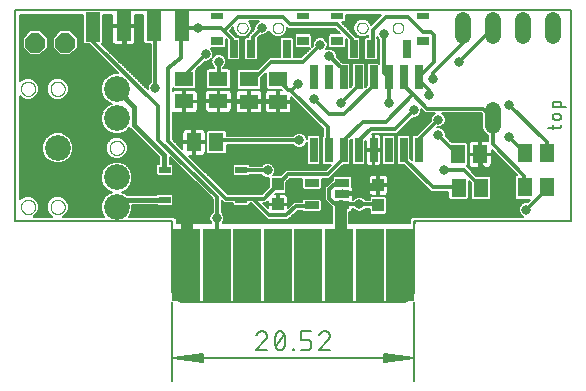
<source format=gtl>
G75*
%MOIN*%
%OFA0B0*%
%FSLAX25Y25*%
%IPPOS*%
%LPD*%
%AMOC8*
5,1,8,0,0,1.08239X$1,22.5*
%
%ADD10C,0.00004*%
%ADD11C,0.00600*%
%ADD12C,0.00512*%
%ADD13R,0.02600X0.08000*%
%ADD14C,0.08600*%
%ADD15C,0.00000*%
%ADD16OC8,0.06600*%
%ADD17R,0.03937X0.02362*%
%ADD18R,0.05118X0.06299*%
%ADD19R,0.06299X0.05118*%
%ADD20R,0.02756X0.05906*%
%ADD21R,0.03937X0.03150*%
%ADD22C,0.05200*%
%ADD23R,0.05000X0.10000*%
%ADD24R,0.09449X0.23976*%
%ADD25R,0.04724X0.02717*%
%ADD26R,0.03937X0.04331*%
%ADD27C,0.01200*%
%ADD28C,0.04000*%
%ADD29C,0.03200*%
%ADD30C,0.01600*%
D10*
X0145979Y0053933D02*
X0145891Y0054433D01*
D11*
X0198241Y0054433D01*
X0198241Y0124933D01*
X0012741Y0124933D01*
X0012741Y0054433D01*
X0065091Y0054433D01*
X0065091Y0032433D01*
X0065079Y0032301D01*
X0065072Y0032169D01*
X0065068Y0032036D01*
X0065069Y0031904D01*
X0065073Y0031771D01*
X0065081Y0031639D01*
X0065093Y0031507D01*
X0065109Y0031375D01*
X0065129Y0031244D01*
X0065153Y0031114D01*
X0065181Y0030984D01*
X0065212Y0030855D01*
X0065248Y0030727D01*
X0065287Y0030601D01*
X0065330Y0030475D01*
X0065376Y0030351D01*
X0065426Y0030229D01*
X0065480Y0030107D01*
X0065538Y0029988D01*
X0065598Y0029870D01*
X0065663Y0029754D01*
X0065731Y0029640D01*
X0065802Y0029528D01*
X0065876Y0029419D01*
X0065954Y0029311D01*
X0066034Y0029206D01*
X0066118Y0029103D01*
X0066205Y0029003D01*
X0066295Y0028906D01*
X0066387Y0028811D01*
X0066483Y0028719D01*
X0066581Y0028630D01*
X0066682Y0028543D01*
X0066785Y0028460D01*
X0066890Y0028380D01*
X0066998Y0028303D01*
X0067108Y0028229D01*
X0067221Y0028159D01*
X0067335Y0028092D01*
X0067451Y0028028D01*
X0067570Y0027968D01*
X0067689Y0027911D01*
X0067811Y0027858D01*
X0067934Y0027809D01*
X0068058Y0027763D01*
X0068184Y0027721D01*
X0068311Y0027682D01*
X0068439Y0027648D01*
X0068568Y0027617D01*
X0068698Y0027590D01*
X0068828Y0027567D01*
X0068959Y0027548D01*
X0069091Y0027533D01*
X0141891Y0027533D01*
X0142023Y0027548D01*
X0142154Y0027567D01*
X0142284Y0027590D01*
X0142414Y0027617D01*
X0142543Y0027648D01*
X0142671Y0027682D01*
X0142798Y0027721D01*
X0142924Y0027763D01*
X0143048Y0027809D01*
X0143171Y0027858D01*
X0143293Y0027911D01*
X0143412Y0027968D01*
X0143531Y0028028D01*
X0143647Y0028092D01*
X0143761Y0028159D01*
X0143874Y0028229D01*
X0143984Y0028303D01*
X0144092Y0028380D01*
X0144197Y0028460D01*
X0144300Y0028543D01*
X0144401Y0028630D01*
X0144499Y0028719D01*
X0144595Y0028811D01*
X0144687Y0028906D01*
X0144777Y0029003D01*
X0144864Y0029103D01*
X0144948Y0029206D01*
X0145028Y0029311D01*
X0145106Y0029419D01*
X0145180Y0029528D01*
X0145251Y0029640D01*
X0145319Y0029754D01*
X0145384Y0029870D01*
X0145444Y0029988D01*
X0145502Y0030107D01*
X0145556Y0030229D01*
X0145606Y0030351D01*
X0145652Y0030475D01*
X0145695Y0030601D01*
X0145734Y0030727D01*
X0145770Y0030855D01*
X0145801Y0030984D01*
X0145829Y0031114D01*
X0145853Y0031244D01*
X0145873Y0031375D01*
X0145889Y0031507D01*
X0145901Y0031639D01*
X0145909Y0031771D01*
X0145913Y0031904D01*
X0145914Y0032036D01*
X0145910Y0032169D01*
X0145903Y0032301D01*
X0145891Y0032433D01*
X0145891Y0054433D01*
X0144291Y0054457D02*
X0124266Y0054457D01*
X0124266Y0053933D02*
X0124266Y0057535D01*
X0124676Y0057535D01*
X0125203Y0058062D01*
X0125203Y0058683D01*
X0125580Y0058683D01*
X0126199Y0058064D01*
X0127118Y0057683D01*
X0128113Y0057683D01*
X0129032Y0058064D01*
X0129651Y0058683D01*
X0131022Y0058683D01*
X0131022Y0057248D01*
X0131549Y0056721D01*
X0136232Y0056721D01*
X0136759Y0057248D01*
X0136759Y0062325D01*
X0136232Y0062852D01*
X0131549Y0062852D01*
X0131022Y0062325D01*
X0131022Y0061683D01*
X0129651Y0061683D01*
X0129032Y0062302D01*
X0128113Y0062683D01*
X0127118Y0062683D01*
X0126199Y0062302D01*
X0125580Y0061683D01*
X0125517Y0061683D01*
X0125603Y0062004D01*
X0125603Y0063233D01*
X0122241Y0063233D01*
X0122241Y0063833D01*
X0125603Y0063833D01*
X0125603Y0065062D01*
X0125514Y0065393D01*
X0125343Y0065690D01*
X0125203Y0065830D01*
X0125203Y0069004D01*
X0124676Y0069531D01*
X0119206Y0069531D01*
X0118678Y0069004D01*
X0118678Y0068367D01*
X0116994Y0066683D01*
X0116116Y0065804D01*
X0116116Y0061437D01*
X0117991Y0059562D01*
X0118466Y0059087D01*
X0118466Y0053933D01*
X0082051Y0053933D01*
X0082235Y0054117D01*
X0082616Y0055036D01*
X0082616Y0056030D01*
X0082235Y0056949D01*
X0081630Y0057554D01*
X0081659Y0061507D01*
X0082185Y0060992D01*
X0082619Y0060558D01*
X0082628Y0060558D01*
X0082635Y0060552D01*
X0083248Y0060558D01*
X0085341Y0060558D01*
X0085341Y0060079D01*
X0085868Y0059552D01*
X0090551Y0059552D01*
X0091078Y0060079D01*
X0091078Y0060558D01*
X0091369Y0060558D01*
X0096994Y0054933D01*
X0103862Y0054933D01*
X0104741Y0055812D01*
X0106987Y0058058D01*
X0108445Y0058058D01*
X0108969Y0057535D01*
X0114439Y0057535D01*
X0114966Y0058062D01*
X0114966Y0061524D01*
X0114439Y0062051D01*
X0108969Y0062051D01*
X0108441Y0061524D01*
X0108441Y0061058D01*
X0105744Y0061058D01*
X0103659Y0058973D01*
X0103659Y0059787D01*
X0100691Y0059787D01*
X0100691Y0060387D01*
X0103659Y0060387D01*
X0103659Y0062423D01*
X0103570Y0062754D01*
X0103399Y0063050D01*
X0103157Y0063292D01*
X0102861Y0063463D01*
X0102530Y0063552D01*
X0100691Y0063552D01*
X0100691Y0060387D01*
X0100091Y0060387D01*
X0100091Y0063552D01*
X0099356Y0063552D01*
X0099518Y0063714D01*
X0102732Y0063714D01*
X0103259Y0064241D01*
X0103259Y0067455D01*
X0104487Y0068683D01*
X0108441Y0068683D01*
X0108441Y0065542D01*
X0108969Y0065015D01*
X0114439Y0065015D01*
X0114966Y0065542D01*
X0114966Y0068683D01*
X0117612Y0068683D01*
X0118491Y0069562D01*
X0122262Y0073333D01*
X0123963Y0073333D01*
X0124491Y0073860D01*
X0124491Y0081187D01*
X0125091Y0081787D01*
X0125091Y0073860D01*
X0125618Y0073333D01*
X0128963Y0073333D01*
X0129491Y0073860D01*
X0129491Y0081187D01*
X0129691Y0081387D01*
X0129691Y0078533D01*
X0131991Y0078533D01*
X0131991Y0083533D01*
X0131837Y0083533D01*
X0131987Y0083683D01*
X0140112Y0083683D01*
X0145362Y0088933D01*
X0146238Y0088933D01*
X0147157Y0089314D01*
X0147860Y0090017D01*
X0148241Y0090936D01*
X0148241Y0091812D01*
X0148616Y0091437D01*
X0149494Y0090558D01*
X0152765Y0090558D01*
X0152449Y0090427D01*
X0151746Y0089724D01*
X0151366Y0088805D01*
X0151366Y0087929D01*
X0146994Y0083558D01*
X0146569Y0083133D01*
X0145618Y0083133D01*
X0145091Y0082606D01*
X0145091Y0074829D01*
X0144491Y0075429D01*
X0144491Y0082606D01*
X0143963Y0083133D01*
X0140618Y0083133D01*
X0140091Y0082606D01*
X0140091Y0073860D01*
X0140618Y0073333D01*
X0142344Y0073333D01*
X0151369Y0064308D01*
X0157191Y0064308D01*
X0157191Y0062111D01*
X0157719Y0061583D01*
X0163582Y0061583D01*
X0164109Y0062111D01*
X0164109Y0067818D01*
X0164672Y0067256D01*
X0164672Y0062111D01*
X0165199Y0061583D01*
X0171063Y0061583D01*
X0171590Y0062111D01*
X0171590Y0069155D01*
X0171063Y0069683D01*
X0166487Y0069683D01*
X0163384Y0072786D01*
X0163809Y0073211D01*
X0163809Y0080255D01*
X0163282Y0080783D01*
X0158512Y0080783D01*
X0156366Y0082929D01*
X0156366Y0083805D01*
X0155985Y0084724D01*
X0155282Y0085427D01*
X0154363Y0085808D01*
X0153487Y0085808D01*
X0154363Y0085808D01*
X0155282Y0086189D01*
X0155985Y0086892D01*
X0156366Y0087811D01*
X0156366Y0088805D01*
X0155985Y0089724D01*
X0155282Y0090427D01*
X0154966Y0090558D01*
X0168244Y0090558D01*
X0168491Y0090312D01*
X0168491Y0085637D01*
X0169023Y0084350D01*
X0170008Y0083366D01*
X0170491Y0083166D01*
X0170491Y0081183D01*
X0168131Y0081183D01*
X0168131Y0077033D01*
X0171690Y0077033D01*
X0171690Y0078363D01*
X0180270Y0069783D01*
X0179819Y0069783D01*
X0179291Y0069255D01*
X0179291Y0062211D01*
X0179819Y0061683D01*
X0184495Y0061683D01*
X0183619Y0060808D01*
X0182743Y0060808D01*
X0181824Y0060427D01*
X0181121Y0059724D01*
X0180741Y0058805D01*
X0180741Y0057811D01*
X0181121Y0056892D01*
X0181824Y0056189D01*
X0182200Y0056033D01*
X0145228Y0056033D01*
X0144291Y0055096D01*
X0144291Y0053933D01*
X0124266Y0053933D01*
X0124266Y0055056D02*
X0144291Y0055056D01*
X0144849Y0055654D02*
X0124266Y0055654D01*
X0124266Y0056253D02*
X0181760Y0056253D01*
X0181162Y0056851D02*
X0136362Y0056851D01*
X0136759Y0057450D02*
X0180890Y0057450D01*
X0180741Y0058048D02*
X0136759Y0058048D01*
X0136759Y0058647D02*
X0180741Y0058647D01*
X0180923Y0059245D02*
X0136759Y0059245D01*
X0136759Y0059844D02*
X0181241Y0059844D01*
X0181860Y0060442D02*
X0136759Y0060442D01*
X0136759Y0061041D02*
X0183852Y0061041D01*
X0184450Y0061639D02*
X0171118Y0061639D01*
X0171590Y0062238D02*
X0179291Y0062238D01*
X0179291Y0062836D02*
X0171590Y0062836D01*
X0171590Y0063435D02*
X0179291Y0063435D01*
X0179291Y0064033D02*
X0171590Y0064033D01*
X0171590Y0064632D02*
X0179291Y0064632D01*
X0179291Y0065230D02*
X0171590Y0065230D01*
X0171590Y0065829D02*
X0179291Y0065829D01*
X0179291Y0066427D02*
X0171590Y0066427D01*
X0171590Y0067026D02*
X0179291Y0067026D01*
X0179291Y0067624D02*
X0171590Y0067624D01*
X0171590Y0068223D02*
X0179291Y0068223D01*
X0179291Y0068821D02*
X0171590Y0068821D01*
X0171325Y0069420D02*
X0179456Y0069420D01*
X0180034Y0070018D02*
X0166151Y0070018D01*
X0165553Y0070617D02*
X0179435Y0070617D01*
X0178837Y0071215D02*
X0164954Y0071215D01*
X0164356Y0071814D02*
X0178238Y0071814D01*
X0177640Y0072412D02*
X0170962Y0072412D01*
X0170892Y0072372D02*
X0171188Y0072543D01*
X0171430Y0072785D01*
X0171601Y0073082D01*
X0171690Y0073412D01*
X0171690Y0076433D01*
X0168131Y0076433D01*
X0168131Y0077033D01*
X0167531Y0077033D01*
X0167531Y0081183D01*
X0165100Y0081183D01*
X0164770Y0081094D01*
X0164473Y0080923D01*
X0164231Y0080681D01*
X0164060Y0080384D01*
X0163972Y0080054D01*
X0163972Y0077033D01*
X0167531Y0077033D01*
X0167531Y0076433D01*
X0168131Y0076433D01*
X0168131Y0072283D01*
X0170561Y0072283D01*
X0170892Y0072372D01*
X0171560Y0073011D02*
X0177041Y0073011D01*
X0176443Y0073610D02*
X0171690Y0073610D01*
X0171690Y0074208D02*
X0175844Y0074208D01*
X0175246Y0074807D02*
X0171690Y0074807D01*
X0171690Y0075405D02*
X0174647Y0075405D01*
X0174049Y0076004D02*
X0171690Y0076004D01*
X0171690Y0077201D02*
X0172852Y0077201D01*
X0172253Y0077799D02*
X0171690Y0077799D01*
X0173450Y0076602D02*
X0168131Y0076602D01*
X0168131Y0076004D02*
X0167531Y0076004D01*
X0167531Y0076433D02*
X0167531Y0072283D01*
X0165100Y0072283D01*
X0164770Y0072372D01*
X0164473Y0072543D01*
X0164231Y0072785D01*
X0164060Y0073082D01*
X0163972Y0073412D01*
X0163972Y0076433D01*
X0167531Y0076433D01*
X0167531Y0076602D02*
X0163809Y0076602D01*
X0163809Y0076004D02*
X0163972Y0076004D01*
X0163972Y0075405D02*
X0163809Y0075405D01*
X0163809Y0074807D02*
X0163972Y0074807D01*
X0163972Y0074208D02*
X0163809Y0074208D01*
X0163809Y0073610D02*
X0163972Y0073610D01*
X0164101Y0073011D02*
X0163610Y0073011D01*
X0163757Y0072412D02*
X0164700Y0072412D01*
X0167531Y0072412D02*
X0168131Y0072412D01*
X0168131Y0073011D02*
X0167531Y0073011D01*
X0167531Y0073610D02*
X0168131Y0073610D01*
X0168131Y0074208D02*
X0167531Y0074208D01*
X0167531Y0074807D02*
X0168131Y0074807D01*
X0168131Y0075405D02*
X0167531Y0075405D01*
X0167531Y0077201D02*
X0168131Y0077201D01*
X0168131Y0077799D02*
X0167531Y0077799D01*
X0167531Y0078398D02*
X0168131Y0078398D01*
X0168131Y0078996D02*
X0167531Y0078996D01*
X0167531Y0079595D02*
X0168131Y0079595D01*
X0168131Y0080193D02*
X0167531Y0080193D01*
X0167531Y0080792D02*
X0168131Y0080792D01*
X0170491Y0081390D02*
X0157905Y0081390D01*
X0158503Y0080792D02*
X0164342Y0080792D01*
X0164009Y0080193D02*
X0163809Y0080193D01*
X0163809Y0079595D02*
X0163972Y0079595D01*
X0163972Y0078996D02*
X0163809Y0078996D01*
X0163809Y0078398D02*
X0163972Y0078398D01*
X0163972Y0077799D02*
X0163809Y0077799D01*
X0163809Y0077201D02*
X0163972Y0077201D01*
X0170491Y0081989D02*
X0157306Y0081989D01*
X0156708Y0082587D02*
X0170491Y0082587D01*
X0170443Y0083186D02*
X0156366Y0083186D01*
X0156366Y0083784D02*
X0169590Y0083784D01*
X0169010Y0084383D02*
X0156126Y0084383D01*
X0155728Y0084981D02*
X0168762Y0084981D01*
X0168514Y0085580D02*
X0154914Y0085580D01*
X0155257Y0086178D02*
X0168491Y0086178D01*
X0168491Y0086777D02*
X0155870Y0086777D01*
X0156185Y0087375D02*
X0168491Y0087375D01*
X0168491Y0087974D02*
X0156366Y0087974D01*
X0156366Y0088572D02*
X0168491Y0088572D01*
X0168491Y0089171D02*
X0156214Y0089171D01*
X0155940Y0089769D02*
X0168491Y0089769D01*
X0168434Y0090368D02*
X0155341Y0090368D01*
X0152390Y0090368D02*
X0148005Y0090368D01*
X0148241Y0090966D02*
X0149086Y0090966D01*
X0148487Y0091565D02*
X0148241Y0091565D01*
X0147612Y0089769D02*
X0151791Y0089769D01*
X0151517Y0089171D02*
X0146812Y0089171D01*
X0145001Y0088572D02*
X0151366Y0088572D01*
X0151366Y0087974D02*
X0144403Y0087974D01*
X0143804Y0087375D02*
X0150811Y0087375D01*
X0150213Y0086777D02*
X0143206Y0086777D01*
X0142607Y0086178D02*
X0149614Y0086178D01*
X0149016Y0085580D02*
X0142009Y0085580D01*
X0141410Y0084981D02*
X0148417Y0084981D01*
X0147819Y0084383D02*
X0140812Y0084383D01*
X0140213Y0083784D02*
X0147220Y0083784D01*
X0146622Y0083186D02*
X0134476Y0083186D01*
X0134389Y0083273D02*
X0134092Y0083444D01*
X0133762Y0083533D01*
X0132591Y0083533D01*
X0132591Y0078533D01*
X0134891Y0078533D01*
X0134891Y0082404D01*
X0134802Y0082735D01*
X0134631Y0083031D01*
X0134389Y0083273D01*
X0134842Y0082587D02*
X0135091Y0082587D01*
X0135091Y0082606D02*
X0135091Y0073860D01*
X0135618Y0073333D01*
X0138963Y0073333D01*
X0139491Y0073860D01*
X0139491Y0082606D01*
X0138963Y0083133D01*
X0135618Y0083133D01*
X0135091Y0082606D01*
X0135091Y0081989D02*
X0134891Y0081989D01*
X0134891Y0081390D02*
X0135091Y0081390D01*
X0135091Y0080792D02*
X0134891Y0080792D01*
X0134891Y0080193D02*
X0135091Y0080193D01*
X0135091Y0079595D02*
X0134891Y0079595D01*
X0134891Y0078996D02*
X0135091Y0078996D01*
X0135091Y0078398D02*
X0132591Y0078398D01*
X0132591Y0078533D02*
X0132591Y0077933D01*
X0134891Y0077933D01*
X0134891Y0074062D01*
X0134802Y0073731D01*
X0134631Y0073435D01*
X0134389Y0073193D01*
X0134092Y0073022D01*
X0133762Y0072933D01*
X0132591Y0072933D01*
X0132591Y0077933D01*
X0131991Y0077933D01*
X0131991Y0072933D01*
X0130819Y0072933D01*
X0130489Y0073022D01*
X0130192Y0073193D01*
X0129950Y0073435D01*
X0129779Y0073731D01*
X0129691Y0074062D01*
X0129691Y0077933D01*
X0131991Y0077933D01*
X0131991Y0078533D01*
X0132591Y0078533D01*
X0132591Y0078996D02*
X0131991Y0078996D01*
X0131991Y0078398D02*
X0129491Y0078398D01*
X0129491Y0078996D02*
X0129691Y0078996D01*
X0129691Y0079595D02*
X0129491Y0079595D01*
X0129491Y0080193D02*
X0129691Y0080193D01*
X0129691Y0080792D02*
X0129491Y0080792D01*
X0131991Y0080792D02*
X0132591Y0080792D01*
X0132591Y0081390D02*
X0131991Y0081390D01*
X0131991Y0081989D02*
X0132591Y0081989D01*
X0132591Y0082587D02*
X0131991Y0082587D01*
X0131991Y0083186D02*
X0132591Y0083186D01*
X0132591Y0080193D02*
X0131991Y0080193D01*
X0131991Y0079595D02*
X0132591Y0079595D01*
X0132591Y0077799D02*
X0131991Y0077799D01*
X0131991Y0077201D02*
X0132591Y0077201D01*
X0132591Y0076602D02*
X0131991Y0076602D01*
X0131991Y0076004D02*
X0132591Y0076004D01*
X0132591Y0075405D02*
X0131991Y0075405D01*
X0131991Y0074807D02*
X0132591Y0074807D01*
X0132591Y0074208D02*
X0131991Y0074208D01*
X0131991Y0073610D02*
X0132591Y0073610D01*
X0132591Y0073011D02*
X0131991Y0073011D01*
X0130529Y0073011D02*
X0121940Y0073011D01*
X0121341Y0072412D02*
X0143265Y0072412D01*
X0143863Y0071814D02*
X0120743Y0071814D01*
X0120144Y0071215D02*
X0144462Y0071215D01*
X0145060Y0070617D02*
X0119546Y0070617D01*
X0118947Y0070018D02*
X0145659Y0070018D01*
X0146257Y0069420D02*
X0136913Y0069420D01*
X0136899Y0069443D02*
X0136657Y0069685D01*
X0136361Y0069856D01*
X0136030Y0069945D01*
X0134191Y0069945D01*
X0134191Y0066780D01*
X0133591Y0066780D01*
X0133591Y0069945D01*
X0131751Y0069945D01*
X0131420Y0069856D01*
X0131124Y0069685D01*
X0130882Y0069443D01*
X0130711Y0069147D01*
X0130622Y0068816D01*
X0130622Y0066779D01*
X0133591Y0066779D01*
X0133591Y0066180D01*
X0133591Y0066179D02*
X0134191Y0066179D01*
X0134191Y0066180D02*
X0134191Y0066779D01*
X0137159Y0066779D01*
X0137159Y0068816D01*
X0137070Y0069147D01*
X0136899Y0069443D01*
X0137158Y0068821D02*
X0146856Y0068821D01*
X0147454Y0068223D02*
X0137159Y0068223D01*
X0137159Y0067624D02*
X0148053Y0067624D01*
X0148651Y0067026D02*
X0137159Y0067026D01*
X0137159Y0066180D02*
X0134191Y0066180D01*
X0134191Y0066179D02*
X0134191Y0063014D01*
X0136030Y0063014D01*
X0136361Y0063103D01*
X0136657Y0063274D01*
X0136899Y0063516D01*
X0137070Y0063812D01*
X0137159Y0064143D01*
X0137159Y0066180D01*
X0137159Y0065829D02*
X0149848Y0065829D01*
X0149250Y0066427D02*
X0134191Y0066427D01*
X0134191Y0065829D02*
X0133591Y0065829D01*
X0133591Y0066179D02*
X0133591Y0063014D01*
X0131751Y0063014D01*
X0131420Y0063103D01*
X0131124Y0063274D01*
X0130882Y0063516D01*
X0130711Y0063812D01*
X0130622Y0064143D01*
X0130622Y0066180D01*
X0133591Y0066180D01*
X0133591Y0066427D02*
X0125203Y0066427D01*
X0125204Y0065829D02*
X0130622Y0065829D01*
X0130622Y0065230D02*
X0125558Y0065230D01*
X0125603Y0064632D02*
X0130622Y0064632D01*
X0130651Y0064033D02*
X0125603Y0064033D01*
X0125603Y0062836D02*
X0131534Y0062836D01*
X0131022Y0062238D02*
X0129096Y0062238D01*
X0130963Y0063435D02*
X0122241Y0063435D01*
X0122241Y0063833D02*
X0122241Y0065015D01*
X0121641Y0065015D01*
X0121641Y0063833D01*
X0122241Y0063833D01*
X0122241Y0064033D02*
X0121641Y0064033D01*
X0121641Y0064632D02*
X0122241Y0064632D01*
X0125203Y0067026D02*
X0130622Y0067026D01*
X0130622Y0067624D02*
X0125203Y0067624D01*
X0125203Y0068223D02*
X0130622Y0068223D01*
X0130623Y0068821D02*
X0125203Y0068821D01*
X0124787Y0069420D02*
X0130868Y0069420D01*
X0133591Y0069420D02*
X0134191Y0069420D01*
X0134191Y0068821D02*
X0133591Y0068821D01*
X0133591Y0068223D02*
X0134191Y0068223D01*
X0134191Y0067624D02*
X0133591Y0067624D01*
X0133591Y0067026D02*
X0134191Y0067026D01*
X0134191Y0065230D02*
X0133591Y0065230D01*
X0133591Y0064632D02*
X0134191Y0064632D01*
X0134191Y0064033D02*
X0133591Y0064033D01*
X0133591Y0063435D02*
X0134191Y0063435D01*
X0136247Y0062836D02*
X0157191Y0062836D01*
X0157191Y0062238D02*
X0136759Y0062238D01*
X0136759Y0061639D02*
X0157663Y0061639D01*
X0157191Y0063435D02*
X0136818Y0063435D01*
X0137130Y0064033D02*
X0157191Y0064033D01*
X0151045Y0064632D02*
X0137159Y0064632D01*
X0137159Y0065230D02*
X0150447Y0065230D01*
X0142666Y0073011D02*
X0134053Y0073011D01*
X0134732Y0073610D02*
X0135341Y0073610D01*
X0135091Y0074208D02*
X0134891Y0074208D01*
X0134891Y0074807D02*
X0135091Y0074807D01*
X0135091Y0075405D02*
X0134891Y0075405D01*
X0134891Y0076004D02*
X0135091Y0076004D01*
X0135091Y0076602D02*
X0134891Y0076602D01*
X0134891Y0077201D02*
X0135091Y0077201D01*
X0135091Y0077799D02*
X0134891Y0077799D01*
X0139491Y0077799D02*
X0140091Y0077799D01*
X0140091Y0077201D02*
X0139491Y0077201D01*
X0139491Y0076602D02*
X0140091Y0076602D01*
X0140091Y0076004D02*
X0139491Y0076004D01*
X0139491Y0075405D02*
X0140091Y0075405D01*
X0140091Y0074807D02*
X0139491Y0074807D01*
X0139491Y0074208D02*
X0140091Y0074208D01*
X0140341Y0073610D02*
X0139240Y0073610D01*
X0144515Y0075405D02*
X0145091Y0075405D01*
X0145091Y0076004D02*
X0144491Y0076004D01*
X0144491Y0076602D02*
X0145091Y0076602D01*
X0145091Y0077201D02*
X0144491Y0077201D01*
X0144491Y0077799D02*
X0145091Y0077799D01*
X0145091Y0078398D02*
X0144491Y0078398D01*
X0144491Y0078996D02*
X0145091Y0078996D01*
X0145091Y0079595D02*
X0144491Y0079595D01*
X0144491Y0080193D02*
X0145091Y0080193D01*
X0145091Y0080792D02*
X0144491Y0080792D01*
X0144491Y0081390D02*
X0145091Y0081390D01*
X0145091Y0081989D02*
X0144491Y0081989D01*
X0144491Y0082587D02*
X0145091Y0082587D01*
X0140091Y0082587D02*
X0139491Y0082587D01*
X0139491Y0081989D02*
X0140091Y0081989D01*
X0140091Y0081390D02*
X0139491Y0081390D01*
X0139491Y0080792D02*
X0140091Y0080792D01*
X0140091Y0080193D02*
X0139491Y0080193D01*
X0139491Y0079595D02*
X0140091Y0079595D01*
X0140091Y0078996D02*
X0139491Y0078996D01*
X0139491Y0078398D02*
X0140091Y0078398D01*
X0129691Y0077799D02*
X0129491Y0077799D01*
X0129491Y0077201D02*
X0129691Y0077201D01*
X0129691Y0076602D02*
X0129491Y0076602D01*
X0129491Y0076004D02*
X0129691Y0076004D01*
X0129691Y0075405D02*
X0129491Y0075405D01*
X0129491Y0074807D02*
X0129691Y0074807D01*
X0129691Y0074208D02*
X0129491Y0074208D01*
X0129240Y0073610D02*
X0129849Y0073610D01*
X0125341Y0073610D02*
X0124240Y0073610D01*
X0124491Y0074208D02*
X0125091Y0074208D01*
X0125091Y0074807D02*
X0124491Y0074807D01*
X0124491Y0075405D02*
X0125091Y0075405D01*
X0125091Y0076004D02*
X0124491Y0076004D01*
X0124491Y0076602D02*
X0125091Y0076602D01*
X0125091Y0077201D02*
X0124491Y0077201D01*
X0124491Y0077799D02*
X0125091Y0077799D01*
X0125091Y0078398D02*
X0124491Y0078398D01*
X0124491Y0078996D02*
X0125091Y0078996D01*
X0125091Y0079595D02*
X0124491Y0079595D01*
X0124491Y0080193D02*
X0125091Y0080193D01*
X0125091Y0080792D02*
X0124491Y0080792D01*
X0124694Y0081390D02*
X0125091Y0081390D01*
X0115491Y0083006D02*
X0115091Y0082606D01*
X0115091Y0073860D01*
X0115618Y0073333D01*
X0118019Y0073333D01*
X0116369Y0071683D01*
X0103244Y0071683D01*
X0101406Y0069845D01*
X0098938Y0069845D01*
X0099110Y0070017D01*
X0099491Y0070936D01*
X0099491Y0071930D01*
X0099110Y0072849D01*
X0098407Y0073552D01*
X0097488Y0073933D01*
X0096493Y0073933D01*
X0095574Y0073552D01*
X0094955Y0072933D01*
X0091078Y0072933D01*
X0091078Y0073187D01*
X0090551Y0073714D01*
X0085868Y0073714D01*
X0085341Y0073187D01*
X0085341Y0070079D01*
X0085868Y0069552D01*
X0090551Y0069552D01*
X0090932Y0069933D01*
X0094955Y0069933D01*
X0095574Y0069314D01*
X0096493Y0068933D01*
X0097488Y0068933D01*
X0097522Y0068947D01*
X0097522Y0065961D01*
X0095119Y0063558D01*
X0090707Y0063558D01*
X0090551Y0063714D01*
X0085868Y0063714D01*
X0085712Y0063558D01*
X0083853Y0063558D01*
X0070758Y0076383D01*
X0072150Y0076383D01*
X0072150Y0080533D01*
X0068591Y0080533D01*
X0068591Y0078506D01*
X0065291Y0081739D01*
X0065291Y0090766D01*
X0065539Y0090622D01*
X0065870Y0090534D01*
X0068891Y0090534D01*
X0068891Y0094093D01*
X0069491Y0094093D01*
X0069491Y0094693D01*
X0073640Y0094693D01*
X0073640Y0097123D01*
X0073552Y0097454D01*
X0073380Y0097750D01*
X0073138Y0097992D01*
X0072842Y0098163D01*
X0072511Y0098252D01*
X0069491Y0098252D01*
X0069491Y0094693D01*
X0068891Y0094693D01*
X0068891Y0098252D01*
X0065870Y0098252D01*
X0065539Y0098163D01*
X0065291Y0098020D01*
X0065291Y0098792D01*
X0065668Y0098414D01*
X0072713Y0098414D01*
X0073240Y0098941D01*
X0073240Y0104805D01*
X0073174Y0104871D01*
X0075987Y0107683D01*
X0076863Y0107683D01*
X0077782Y0108064D01*
X0078483Y0108765D01*
X0078241Y0108180D01*
X0078241Y0107186D01*
X0078621Y0106267D01*
X0079241Y0105648D01*
X0079241Y0105432D01*
X0077068Y0105432D01*
X0076541Y0104905D01*
X0076541Y0099041D01*
X0077068Y0098514D01*
X0084113Y0098514D01*
X0084640Y0099041D01*
X0084640Y0104905D01*
X0084113Y0105432D01*
X0082241Y0105432D01*
X0082241Y0105648D01*
X0082860Y0106267D01*
X0083241Y0107186D01*
X0083241Y0108180D01*
X0082860Y0109099D01*
X0082157Y0109802D01*
X0081238Y0110183D01*
X0080243Y0110183D01*
X0079324Y0109802D01*
X0078624Y0109102D01*
X0078866Y0109686D01*
X0078866Y0110680D01*
X0078485Y0111599D01*
X0077957Y0112128D01*
X0082462Y0112128D01*
X0082989Y0112655D01*
X0082989Y0115188D01*
X0083354Y0114823D01*
X0083354Y0108718D01*
X0083882Y0108191D01*
X0087383Y0108191D01*
X0087910Y0108718D01*
X0087910Y0115369D01*
X0087383Y0115896D01*
X0086524Y0115896D01*
X0084424Y0117996D01*
X0085513Y0119085D01*
X0085513Y0118322D01*
X0085981Y0117193D01*
X0086845Y0116329D01*
X0087974Y0115861D01*
X0089196Y0115861D01*
X0090325Y0116329D01*
X0091189Y0117193D01*
X0091657Y0118322D01*
X0091657Y0119544D01*
X0091189Y0120673D01*
X0090679Y0121183D01*
X0094015Y0121183D01*
X0093699Y0121052D01*
X0092996Y0120349D01*
X0092616Y0119430D01*
X0092616Y0118554D01*
X0090491Y0116429D01*
X0090491Y0115896D01*
X0089787Y0115896D01*
X0089260Y0115369D01*
X0089260Y0108718D01*
X0089787Y0108191D01*
X0093289Y0108191D01*
X0093816Y0108718D01*
X0093816Y0115369D01*
X0093744Y0115440D01*
X0094737Y0116433D01*
X0095613Y0116433D01*
X0096532Y0116814D01*
X0097235Y0117517D01*
X0097446Y0118028D01*
X0097792Y0117193D01*
X0098656Y0116329D01*
X0099785Y0115861D01*
X0101007Y0115861D01*
X0102136Y0116329D01*
X0103000Y0117193D01*
X0103468Y0118322D01*
X0103468Y0119085D01*
X0103869Y0118683D01*
X0119494Y0118683D01*
X0121100Y0117077D01*
X0117779Y0117077D01*
X0117252Y0116550D01*
X0117252Y0112655D01*
X0117779Y0112128D01*
X0122462Y0112128D01*
X0122989Y0112655D01*
X0122989Y0115188D01*
X0123354Y0114823D01*
X0123354Y0108718D01*
X0123882Y0108191D01*
X0127383Y0108191D01*
X0127910Y0108718D01*
X0127910Y0115369D01*
X0127383Y0115896D01*
X0126524Y0115896D01*
X0121631Y0120789D01*
X0122462Y0120789D01*
X0122989Y0121316D01*
X0122989Y0123333D01*
X0134894Y0123333D01*
X0134866Y0123304D01*
X0131495Y0119934D01*
X0131189Y0120673D01*
X0130325Y0121537D01*
X0129196Y0122005D01*
X0127974Y0122005D01*
X0126845Y0121537D01*
X0125981Y0120673D01*
X0125513Y0119544D01*
X0125513Y0118322D01*
X0125981Y0117193D01*
X0126845Y0116329D01*
X0127974Y0115861D01*
X0129196Y0115861D01*
X0130325Y0116329D01*
X0130491Y0116495D01*
X0130491Y0115896D01*
X0129787Y0115896D01*
X0129260Y0115369D01*
X0129260Y0108718D01*
X0129787Y0108191D01*
X0133289Y0108191D01*
X0133816Y0108718D01*
X0133816Y0115369D01*
X0133491Y0115694D01*
X0133491Y0115957D01*
X0133621Y0115642D01*
X0134241Y0115023D01*
X0134241Y0107056D01*
X0133963Y0107333D01*
X0130618Y0107333D01*
X0130091Y0106806D01*
X0130091Y0099779D01*
X0129491Y0099179D01*
X0129491Y0106806D01*
X0128963Y0107333D01*
X0125618Y0107333D01*
X0125091Y0106806D01*
X0125091Y0099779D01*
X0124491Y0099179D01*
X0124491Y0106806D01*
X0123963Y0107333D01*
X0121962Y0107333D01*
X0120116Y0109179D01*
X0120116Y0110055D01*
X0119735Y0110974D01*
X0119032Y0111677D01*
X0118113Y0112058D01*
X0117118Y0112058D01*
X0116534Y0111816D01*
X0116610Y0111892D01*
X0116991Y0112811D01*
X0116991Y0113805D01*
X0116610Y0114724D01*
X0115907Y0115427D01*
X0114988Y0115808D01*
X0113993Y0115808D01*
X0113074Y0115427D01*
X0112371Y0114724D01*
X0111991Y0113805D01*
X0111991Y0112929D01*
X0111729Y0112668D01*
X0111729Y0116550D01*
X0111202Y0117077D01*
X0106519Y0117077D01*
X0105992Y0116550D01*
X0105992Y0112655D01*
X0106519Y0112128D01*
X0111189Y0112128D01*
X0108244Y0109183D01*
X0105627Y0109183D01*
X0105627Y0115369D01*
X0105100Y0115896D01*
X0101598Y0115896D01*
X0101071Y0115369D01*
X0101071Y0109183D01*
X0097619Y0109183D01*
X0096741Y0108304D01*
X0093668Y0105232D01*
X0087268Y0105232D01*
X0086741Y0104705D01*
X0086741Y0098841D01*
X0087268Y0098314D01*
X0094313Y0098314D01*
X0094840Y0098841D01*
X0094840Y0102161D01*
X0096441Y0103762D01*
X0096441Y0098841D01*
X0096968Y0098314D01*
X0101738Y0098314D01*
X0101900Y0098152D01*
X0100791Y0098152D01*
X0100791Y0094593D01*
X0104940Y0094593D01*
X0104940Y0095737D01*
X0115491Y0085187D01*
X0115491Y0083006D01*
X0115491Y0083186D02*
X0109398Y0083186D01*
X0109735Y0082849D02*
X0109032Y0083552D01*
X0108113Y0083933D01*
X0107118Y0083933D01*
X0106199Y0083552D01*
X0105580Y0082933D01*
X0083390Y0082933D01*
X0083390Y0084355D01*
X0082863Y0084883D01*
X0076999Y0084883D01*
X0076472Y0084355D01*
X0076472Y0077311D01*
X0076999Y0076783D01*
X0082863Y0076783D01*
X0083390Y0077311D01*
X0083390Y0079933D01*
X0105580Y0079933D01*
X0106199Y0079314D01*
X0107118Y0078933D01*
X0108113Y0078933D01*
X0109032Y0079314D01*
X0109735Y0080017D01*
X0110091Y0080875D01*
X0110091Y0073860D01*
X0110618Y0073333D01*
X0113963Y0073333D01*
X0114491Y0073860D01*
X0114491Y0082606D01*
X0113963Y0083133D01*
X0110618Y0083133D01*
X0110091Y0082606D01*
X0110091Y0081991D01*
X0109735Y0082849D01*
X0109843Y0082587D02*
X0110091Y0082587D01*
X0110056Y0080792D02*
X0110091Y0080792D01*
X0110091Y0080193D02*
X0109808Y0080193D01*
X0110091Y0079595D02*
X0109313Y0079595D01*
X0110091Y0078996D02*
X0108265Y0078996D01*
X0106966Y0078996D02*
X0083390Y0078996D01*
X0083390Y0078398D02*
X0110091Y0078398D01*
X0110091Y0077799D02*
X0083390Y0077799D01*
X0083280Y0077201D02*
X0110091Y0077201D01*
X0110091Y0076602D02*
X0075736Y0076602D01*
X0075808Y0076643D02*
X0076050Y0076885D01*
X0076221Y0077182D01*
X0076309Y0077512D01*
X0076309Y0080533D01*
X0072750Y0080533D01*
X0072750Y0076383D01*
X0075181Y0076383D01*
X0075511Y0076472D01*
X0075808Y0076643D01*
X0076226Y0077201D02*
X0076582Y0077201D01*
X0076472Y0077799D02*
X0076309Y0077799D01*
X0076309Y0078398D02*
X0076472Y0078398D01*
X0076472Y0078996D02*
X0076309Y0078996D01*
X0076309Y0079595D02*
X0076472Y0079595D01*
X0076472Y0080193D02*
X0076309Y0080193D01*
X0076472Y0080792D02*
X0072750Y0080792D01*
X0072750Y0080533D02*
X0072750Y0081133D01*
X0072150Y0081133D01*
X0072150Y0080533D01*
X0072750Y0080533D01*
X0072750Y0080193D02*
X0072150Y0080193D01*
X0072150Y0079595D02*
X0072750Y0079595D01*
X0072750Y0078996D02*
X0072150Y0078996D01*
X0072150Y0078398D02*
X0072750Y0078398D01*
X0072750Y0077799D02*
X0072150Y0077799D01*
X0072150Y0077201D02*
X0072750Y0077201D01*
X0072750Y0076602D02*
X0072150Y0076602D01*
X0071146Y0076004D02*
X0110091Y0076004D01*
X0110091Y0075405D02*
X0071757Y0075405D01*
X0072368Y0074807D02*
X0110091Y0074807D01*
X0110091Y0074208D02*
X0072979Y0074208D01*
X0073590Y0073610D02*
X0085763Y0073610D01*
X0085341Y0073011D02*
X0074201Y0073011D01*
X0074812Y0072412D02*
X0085341Y0072412D01*
X0085341Y0071814D02*
X0075423Y0071814D01*
X0076035Y0071215D02*
X0085341Y0071215D01*
X0085341Y0070617D02*
X0076646Y0070617D01*
X0077257Y0070018D02*
X0085402Y0070018D01*
X0081534Y0065829D02*
X0097390Y0065829D01*
X0097522Y0066427D02*
X0080923Y0066427D01*
X0080312Y0067026D02*
X0097522Y0067026D01*
X0097522Y0067624D02*
X0079701Y0067624D01*
X0079090Y0068223D02*
X0097522Y0068223D01*
X0097522Y0068821D02*
X0078479Y0068821D01*
X0077868Y0069420D02*
X0095468Y0069420D01*
X0099111Y0070018D02*
X0101580Y0070018D01*
X0102178Y0070617D02*
X0099358Y0070617D01*
X0099491Y0071215D02*
X0102777Y0071215D01*
X0099491Y0071814D02*
X0116500Y0071814D01*
X0117099Y0072412D02*
X0099291Y0072412D01*
X0098948Y0073011D02*
X0117697Y0073011D01*
X0115341Y0073610D02*
X0114240Y0073610D01*
X0114491Y0074208D02*
X0115091Y0074208D01*
X0115091Y0074807D02*
X0114491Y0074807D01*
X0114491Y0075405D02*
X0115091Y0075405D01*
X0115091Y0076004D02*
X0114491Y0076004D01*
X0114491Y0076602D02*
X0115091Y0076602D01*
X0115091Y0077201D02*
X0114491Y0077201D01*
X0114491Y0077799D02*
X0115091Y0077799D01*
X0115091Y0078398D02*
X0114491Y0078398D01*
X0114491Y0078996D02*
X0115091Y0078996D01*
X0115091Y0079595D02*
X0114491Y0079595D01*
X0114491Y0080193D02*
X0115091Y0080193D01*
X0115091Y0080792D02*
X0114491Y0080792D01*
X0114491Y0081390D02*
X0115091Y0081390D01*
X0115091Y0081989D02*
X0114491Y0081989D01*
X0114491Y0082587D02*
X0115091Y0082587D01*
X0115491Y0083784D02*
X0108472Y0083784D01*
X0106759Y0083784D02*
X0083390Y0083784D01*
X0083390Y0083186D02*
X0105833Y0083186D01*
X0105918Y0079595D02*
X0083390Y0079595D01*
X0076472Y0081390D02*
X0076309Y0081390D01*
X0076309Y0081133D02*
X0076309Y0084154D01*
X0076221Y0084484D01*
X0076050Y0084781D01*
X0075808Y0085023D01*
X0075511Y0085194D01*
X0075181Y0085283D01*
X0072750Y0085283D01*
X0072750Y0081133D01*
X0076309Y0081133D01*
X0076309Y0081989D02*
X0076472Y0081989D01*
X0076472Y0082587D02*
X0076309Y0082587D01*
X0076309Y0083186D02*
X0076472Y0083186D01*
X0076472Y0083784D02*
X0076309Y0083784D01*
X0076248Y0084383D02*
X0076499Y0084383D01*
X0075849Y0084981D02*
X0115491Y0084981D01*
X0115491Y0084383D02*
X0083363Y0084383D01*
X0086843Y0090694D02*
X0087139Y0090522D01*
X0087470Y0090434D01*
X0090491Y0090434D01*
X0090491Y0093993D01*
X0091091Y0093993D01*
X0091091Y0094593D01*
X0095240Y0094593D01*
X0095240Y0097023D01*
X0095152Y0097354D01*
X0094980Y0097650D01*
X0094738Y0097892D01*
X0094442Y0098063D01*
X0094111Y0098152D01*
X0091091Y0098152D01*
X0091091Y0094593D01*
X0090491Y0094593D01*
X0090491Y0098152D01*
X0087470Y0098152D01*
X0087139Y0098063D01*
X0086843Y0097892D01*
X0086601Y0097650D01*
X0086430Y0097354D01*
X0086341Y0097023D01*
X0086341Y0094593D01*
X0090491Y0094593D01*
X0090491Y0093993D01*
X0086341Y0093993D01*
X0086341Y0091563D01*
X0086430Y0091232D01*
X0086601Y0090936D01*
X0086843Y0090694D01*
X0086583Y0090966D02*
X0084611Y0090966D01*
X0084538Y0090894D02*
X0084780Y0091136D01*
X0084952Y0091432D01*
X0085040Y0091763D01*
X0085040Y0094193D01*
X0080891Y0094193D01*
X0080891Y0094793D01*
X0085040Y0094793D01*
X0085040Y0097223D01*
X0084952Y0097554D01*
X0084780Y0097850D01*
X0084538Y0098092D01*
X0084242Y0098263D01*
X0083911Y0098352D01*
X0080891Y0098352D01*
X0080891Y0094793D01*
X0080291Y0094793D01*
X0080291Y0098352D01*
X0077270Y0098352D01*
X0076939Y0098263D01*
X0076643Y0098092D01*
X0076401Y0097850D01*
X0076230Y0097554D01*
X0076141Y0097223D01*
X0076141Y0094793D01*
X0080291Y0094793D01*
X0080291Y0094193D01*
X0080891Y0094193D01*
X0080891Y0090634D01*
X0083911Y0090634D01*
X0084242Y0090722D01*
X0084538Y0090894D01*
X0084987Y0091565D02*
X0086341Y0091565D01*
X0086341Y0092163D02*
X0085040Y0092163D01*
X0085040Y0092762D02*
X0086341Y0092762D01*
X0086341Y0093360D02*
X0085040Y0093360D01*
X0085040Y0093959D02*
X0086341Y0093959D01*
X0086341Y0095156D02*
X0085040Y0095156D01*
X0085040Y0095754D02*
X0086341Y0095754D01*
X0086341Y0096353D02*
X0085040Y0096353D01*
X0085040Y0096951D02*
X0086341Y0096951D01*
X0086543Y0097550D02*
X0084953Y0097550D01*
X0084441Y0098148D02*
X0087457Y0098148D01*
X0086835Y0098747D02*
X0084346Y0098747D01*
X0084640Y0099345D02*
X0086741Y0099345D01*
X0086741Y0099944D02*
X0084640Y0099944D01*
X0084640Y0100543D02*
X0086741Y0100543D01*
X0086741Y0101141D02*
X0084640Y0101141D01*
X0084640Y0101740D02*
X0086741Y0101740D01*
X0086741Y0102338D02*
X0084640Y0102338D01*
X0084640Y0102937D02*
X0086741Y0102937D01*
X0086741Y0103535D02*
X0084640Y0103535D01*
X0084640Y0104134D02*
X0086741Y0104134D01*
X0086768Y0104732D02*
X0084640Y0104732D01*
X0084215Y0105331D02*
X0093767Y0105331D01*
X0094365Y0105929D02*
X0082522Y0105929D01*
X0082968Y0106528D02*
X0094964Y0106528D01*
X0095562Y0107126D02*
X0083216Y0107126D01*
X0083241Y0107725D02*
X0096161Y0107725D01*
X0096759Y0108323D02*
X0093421Y0108323D01*
X0093816Y0108922D02*
X0097358Y0108922D01*
X0093816Y0109520D02*
X0101071Y0109520D01*
X0101071Y0110119D02*
X0093816Y0110119D01*
X0093816Y0110717D02*
X0101071Y0110717D01*
X0101071Y0111316D02*
X0093816Y0111316D01*
X0093816Y0111914D02*
X0101071Y0111914D01*
X0101071Y0112513D02*
X0093816Y0112513D01*
X0093816Y0113111D02*
X0101071Y0113111D01*
X0101071Y0113710D02*
X0093816Y0113710D01*
X0093816Y0114308D02*
X0101071Y0114308D01*
X0101071Y0114907D02*
X0093816Y0114907D01*
X0093809Y0115505D02*
X0101207Y0115505D01*
X0101592Y0116104D02*
X0105992Y0116104D01*
X0105992Y0115505D02*
X0105490Y0115505D01*
X0105627Y0114907D02*
X0105992Y0114907D01*
X0105992Y0114308D02*
X0105627Y0114308D01*
X0105627Y0113710D02*
X0105992Y0113710D01*
X0105992Y0113111D02*
X0105627Y0113111D01*
X0105627Y0112513D02*
X0106134Y0112513D01*
X0105627Y0111914D02*
X0110975Y0111914D01*
X0110377Y0111316D02*
X0105627Y0111316D01*
X0105627Y0110717D02*
X0109778Y0110717D01*
X0109180Y0110119D02*
X0105627Y0110119D01*
X0105627Y0109520D02*
X0108581Y0109520D01*
X0111729Y0113111D02*
X0111991Y0113111D01*
X0111991Y0113710D02*
X0111729Y0113710D01*
X0111729Y0114308D02*
X0112199Y0114308D01*
X0112554Y0114907D02*
X0111729Y0114907D01*
X0111729Y0115505D02*
X0113262Y0115505D01*
X0111729Y0116104D02*
X0117252Y0116104D01*
X0117252Y0115505D02*
X0115719Y0115505D01*
X0116427Y0114907D02*
X0117252Y0114907D01*
X0117252Y0114308D02*
X0116782Y0114308D01*
X0116991Y0113710D02*
X0117252Y0113710D01*
X0117252Y0113111D02*
X0116991Y0113111D01*
X0116867Y0112513D02*
X0117394Y0112513D01*
X0116771Y0111914D02*
X0116619Y0111914D01*
X0118460Y0111914D02*
X0123354Y0111914D01*
X0123354Y0111316D02*
X0119393Y0111316D01*
X0119841Y0110717D02*
X0123354Y0110717D01*
X0123354Y0110119D02*
X0120089Y0110119D01*
X0120116Y0109520D02*
X0123354Y0109520D01*
X0123354Y0108922D02*
X0120373Y0108922D01*
X0120972Y0108323D02*
X0123749Y0108323D01*
X0124170Y0107126D02*
X0125411Y0107126D01*
X0125091Y0106528D02*
X0124491Y0106528D01*
X0124491Y0105929D02*
X0125091Y0105929D01*
X0125091Y0105331D02*
X0124491Y0105331D01*
X0124491Y0104732D02*
X0125091Y0104732D01*
X0125091Y0104134D02*
X0124491Y0104134D01*
X0124491Y0103535D02*
X0125091Y0103535D01*
X0125091Y0102937D02*
X0124491Y0102937D01*
X0124491Y0102338D02*
X0125091Y0102338D01*
X0125091Y0101740D02*
X0124491Y0101740D01*
X0124491Y0101141D02*
X0125091Y0101141D01*
X0125091Y0100543D02*
X0124491Y0100543D01*
X0124491Y0099944D02*
X0125091Y0099944D01*
X0124657Y0099345D02*
X0124491Y0099345D01*
X0129491Y0099345D02*
X0129657Y0099345D01*
X0129491Y0099944D02*
X0130091Y0099944D01*
X0130091Y0100543D02*
X0129491Y0100543D01*
X0129491Y0101141D02*
X0130091Y0101141D01*
X0130091Y0101740D02*
X0129491Y0101740D01*
X0129491Y0102338D02*
X0130091Y0102338D01*
X0130091Y0102937D02*
X0129491Y0102937D01*
X0129491Y0103535D02*
X0130091Y0103535D01*
X0130091Y0104134D02*
X0129491Y0104134D01*
X0129491Y0104732D02*
X0130091Y0104732D01*
X0130091Y0105331D02*
X0129491Y0105331D01*
X0129491Y0105929D02*
X0130091Y0105929D01*
X0130091Y0106528D02*
X0129491Y0106528D01*
X0129170Y0107126D02*
X0130411Y0107126D01*
X0129654Y0108323D02*
X0127516Y0108323D01*
X0127910Y0108922D02*
X0129260Y0108922D01*
X0129260Y0109520D02*
X0127910Y0109520D01*
X0127910Y0110119D02*
X0129260Y0110119D01*
X0129260Y0110717D02*
X0127910Y0110717D01*
X0127910Y0111316D02*
X0129260Y0111316D01*
X0129260Y0111914D02*
X0127910Y0111914D01*
X0127910Y0112513D02*
X0129260Y0112513D01*
X0129260Y0113111D02*
X0127910Y0113111D01*
X0127910Y0113710D02*
X0129260Y0113710D01*
X0129260Y0114308D02*
X0127910Y0114308D01*
X0127910Y0114907D02*
X0129260Y0114907D01*
X0129396Y0115505D02*
X0127774Y0115505D01*
X0127389Y0116104D02*
X0126316Y0116104D01*
X0126472Y0116702D02*
X0125718Y0116702D01*
X0125936Y0117301D02*
X0125119Y0117301D01*
X0125688Y0117899D02*
X0124521Y0117899D01*
X0123922Y0118498D02*
X0125513Y0118498D01*
X0125513Y0119096D02*
X0123324Y0119096D01*
X0122725Y0119695D02*
X0125576Y0119695D01*
X0125824Y0120293D02*
X0122127Y0120293D01*
X0122565Y0120892D02*
X0126200Y0120892D01*
X0126798Y0121490D02*
X0122989Y0121490D01*
X0122989Y0122089D02*
X0133650Y0122089D01*
X0133052Y0121490D02*
X0130372Y0121490D01*
X0130970Y0120892D02*
X0132453Y0120892D01*
X0131855Y0120293D02*
X0131346Y0120293D01*
X0134249Y0122687D02*
X0122989Y0122687D01*
X0122989Y0123286D02*
X0134847Y0123286D01*
X0133758Y0115505D02*
X0133679Y0115505D01*
X0133816Y0114907D02*
X0134241Y0114907D01*
X0134241Y0114308D02*
X0133816Y0114308D01*
X0133816Y0113710D02*
X0134241Y0113710D01*
X0134241Y0113111D02*
X0133816Y0113111D01*
X0133816Y0112513D02*
X0134241Y0112513D01*
X0134241Y0111914D02*
X0133816Y0111914D01*
X0133816Y0111316D02*
X0134241Y0111316D01*
X0134241Y0110717D02*
X0133816Y0110717D01*
X0133816Y0110119D02*
X0134241Y0110119D01*
X0134241Y0109520D02*
X0133816Y0109520D01*
X0133816Y0108922D02*
X0134241Y0108922D01*
X0134241Y0108323D02*
X0133421Y0108323D01*
X0134241Y0107725D02*
X0121570Y0107725D01*
X0122847Y0112513D02*
X0123354Y0112513D01*
X0123354Y0113111D02*
X0122989Y0113111D01*
X0122989Y0113710D02*
X0123354Y0113710D01*
X0123354Y0114308D02*
X0122989Y0114308D01*
X0122989Y0114907D02*
X0123271Y0114907D01*
X0120876Y0117301D02*
X0103045Y0117301D01*
X0103293Y0117899D02*
X0120278Y0117899D01*
X0119679Y0118498D02*
X0103468Y0118498D01*
X0102509Y0116702D02*
X0106145Y0116702D01*
X0111577Y0116702D02*
X0117404Y0116702D01*
X0129781Y0116104D02*
X0130491Y0116104D01*
X0134170Y0107126D02*
X0134241Y0107126D01*
X0109711Y0090966D02*
X0104698Y0090966D01*
X0104680Y0090936D02*
X0104852Y0091232D01*
X0104940Y0091563D01*
X0104940Y0093993D01*
X0100791Y0093993D01*
X0100791Y0094593D01*
X0100191Y0094593D01*
X0100191Y0098152D01*
X0097170Y0098152D01*
X0096839Y0098063D01*
X0096543Y0097892D01*
X0096301Y0097650D01*
X0096130Y0097354D01*
X0096041Y0097023D01*
X0096041Y0094593D01*
X0100191Y0094593D01*
X0100191Y0093993D01*
X0100791Y0093993D01*
X0100791Y0090434D01*
X0103811Y0090434D01*
X0104142Y0090522D01*
X0104438Y0090694D01*
X0104680Y0090936D01*
X0104940Y0091565D02*
X0109112Y0091565D01*
X0108514Y0092163D02*
X0104940Y0092163D01*
X0104940Y0092762D02*
X0107915Y0092762D01*
X0107317Y0093360D02*
X0104940Y0093360D01*
X0104940Y0093959D02*
X0106718Y0093959D01*
X0106120Y0094557D02*
X0100791Y0094557D01*
X0100791Y0093959D02*
X0100191Y0093959D01*
X0100191Y0093993D02*
X0100191Y0090434D01*
X0097170Y0090434D01*
X0096839Y0090522D01*
X0096543Y0090694D01*
X0096301Y0090936D01*
X0096130Y0091232D01*
X0096041Y0091563D01*
X0096041Y0093993D01*
X0100191Y0093993D01*
X0100191Y0094557D02*
X0091091Y0094557D01*
X0091091Y0093993D02*
X0095240Y0093993D01*
X0095240Y0091563D01*
X0095152Y0091232D01*
X0094980Y0090936D01*
X0094738Y0090694D01*
X0094442Y0090522D01*
X0094111Y0090434D01*
X0091091Y0090434D01*
X0091091Y0093993D01*
X0091091Y0093959D02*
X0090491Y0093959D01*
X0090491Y0094557D02*
X0080891Y0094557D01*
X0080891Y0093959D02*
X0080291Y0093959D01*
X0080291Y0094193D02*
X0080291Y0090634D01*
X0077270Y0090634D01*
X0076939Y0090722D01*
X0076643Y0090894D01*
X0076401Y0091136D01*
X0076230Y0091432D01*
X0076141Y0091763D01*
X0076141Y0094193D01*
X0080291Y0094193D01*
X0080291Y0094557D02*
X0069491Y0094557D01*
X0069491Y0094093D02*
X0073640Y0094093D01*
X0073640Y0091663D01*
X0073552Y0091332D01*
X0073380Y0091036D01*
X0073138Y0090794D01*
X0072842Y0090622D01*
X0072511Y0090534D01*
X0069491Y0090534D01*
X0069491Y0094093D01*
X0069491Y0093959D02*
X0068891Y0093959D01*
X0068891Y0093360D02*
X0069491Y0093360D01*
X0069491Y0092762D02*
X0068891Y0092762D01*
X0068891Y0092163D02*
X0069491Y0092163D01*
X0069491Y0091565D02*
X0068891Y0091565D01*
X0068891Y0090966D02*
X0069491Y0090966D01*
X0073311Y0090966D02*
X0076570Y0090966D01*
X0076194Y0091565D02*
X0073614Y0091565D01*
X0073640Y0092163D02*
X0076141Y0092163D01*
X0076141Y0092762D02*
X0073640Y0092762D01*
X0073640Y0093360D02*
X0076141Y0093360D01*
X0076141Y0093959D02*
X0073640Y0093959D01*
X0073640Y0095156D02*
X0076141Y0095156D01*
X0076141Y0095754D02*
X0073640Y0095754D01*
X0073640Y0096353D02*
X0076141Y0096353D01*
X0076141Y0096951D02*
X0073640Y0096951D01*
X0073496Y0097550D02*
X0076229Y0097550D01*
X0076740Y0098148D02*
X0072868Y0098148D01*
X0073046Y0098747D02*
X0076835Y0098747D01*
X0076541Y0099345D02*
X0073240Y0099345D01*
X0073240Y0099944D02*
X0076541Y0099944D01*
X0076541Y0100543D02*
X0073240Y0100543D01*
X0073240Y0101141D02*
X0076541Y0101141D01*
X0076541Y0101740D02*
X0073240Y0101740D01*
X0073240Y0102338D02*
X0076541Y0102338D01*
X0076541Y0102937D02*
X0073240Y0102937D01*
X0073240Y0103535D02*
X0076541Y0103535D01*
X0076541Y0104134D02*
X0073240Y0104134D01*
X0073240Y0104732D02*
X0076541Y0104732D01*
X0076966Y0105331D02*
X0073634Y0105331D01*
X0074233Y0105929D02*
X0078959Y0105929D01*
X0078513Y0106528D02*
X0074831Y0106528D01*
X0075430Y0107126D02*
X0078265Y0107126D01*
X0078241Y0107725D02*
X0076963Y0107725D01*
X0078041Y0108323D02*
X0078300Y0108323D01*
X0078797Y0109520D02*
X0079042Y0109520D01*
X0078866Y0110119D02*
X0080088Y0110119D01*
X0081393Y0110119D02*
X0083354Y0110119D01*
X0083354Y0110717D02*
X0078850Y0110717D01*
X0078602Y0111316D02*
X0083354Y0111316D01*
X0083354Y0111914D02*
X0078170Y0111914D01*
X0082847Y0112513D02*
X0083354Y0112513D01*
X0083354Y0113111D02*
X0082989Y0113111D01*
X0082989Y0113710D02*
X0083354Y0113710D01*
X0083354Y0114308D02*
X0082989Y0114308D01*
X0082989Y0114907D02*
X0083271Y0114907D01*
X0085718Y0116702D02*
X0086472Y0116702D01*
X0086316Y0116104D02*
X0087389Y0116104D01*
X0087774Y0115505D02*
X0089396Y0115505D01*
X0089260Y0114907D02*
X0087910Y0114907D01*
X0087910Y0114308D02*
X0089260Y0114308D01*
X0089260Y0113710D02*
X0087910Y0113710D01*
X0087910Y0113111D02*
X0089260Y0113111D01*
X0089260Y0112513D02*
X0087910Y0112513D01*
X0087910Y0111914D02*
X0089260Y0111914D01*
X0089260Y0111316D02*
X0087910Y0111316D01*
X0087910Y0110717D02*
X0089260Y0110717D01*
X0089260Y0110119D02*
X0087910Y0110119D01*
X0087910Y0109520D02*
X0089260Y0109520D01*
X0089260Y0108922D02*
X0087910Y0108922D01*
X0087516Y0108323D02*
X0089654Y0108323D01*
X0083749Y0108323D02*
X0083181Y0108323D01*
X0083354Y0108922D02*
X0082933Y0108922D01*
X0083354Y0109520D02*
X0082439Y0109520D01*
X0089781Y0116104D02*
X0090491Y0116104D01*
X0090698Y0116702D02*
X0090763Y0116702D01*
X0091234Y0117301D02*
X0091362Y0117301D01*
X0091482Y0117899D02*
X0091961Y0117899D01*
X0091657Y0118498D02*
X0092559Y0118498D01*
X0092616Y0119096D02*
X0091657Y0119096D01*
X0091594Y0119695D02*
X0092725Y0119695D01*
X0092973Y0120293D02*
X0091346Y0120293D01*
X0090970Y0120892D02*
X0093539Y0120892D01*
X0097393Y0117899D02*
X0097499Y0117899D01*
X0097747Y0117301D02*
X0097019Y0117301D01*
X0096263Y0116702D02*
X0098283Y0116702D01*
X0099200Y0116104D02*
X0094408Y0116104D01*
X0085936Y0117301D02*
X0085119Y0117301D01*
X0085688Y0117899D02*
X0084521Y0117899D01*
X0084927Y0118498D02*
X0085513Y0118498D01*
X0096214Y0103535D02*
X0096441Y0103535D01*
X0096441Y0102937D02*
X0095615Y0102937D01*
X0095017Y0102338D02*
X0096441Y0102338D01*
X0096441Y0101740D02*
X0094840Y0101740D01*
X0094840Y0101141D02*
X0096441Y0101141D01*
X0096441Y0100543D02*
X0094840Y0100543D01*
X0094840Y0099944D02*
X0096441Y0099944D01*
X0096441Y0099345D02*
X0094840Y0099345D01*
X0094746Y0098747D02*
X0096535Y0098747D01*
X0097157Y0098148D02*
X0094124Y0098148D01*
X0095038Y0097550D02*
X0096243Y0097550D01*
X0096041Y0096951D02*
X0095240Y0096951D01*
X0095240Y0096353D02*
X0096041Y0096353D01*
X0096041Y0095754D02*
X0095240Y0095754D01*
X0095240Y0095156D02*
X0096041Y0095156D01*
X0096041Y0093959D02*
X0095240Y0093959D01*
X0095240Y0093360D02*
X0096041Y0093360D01*
X0096041Y0092762D02*
X0095240Y0092762D01*
X0095240Y0092163D02*
X0096041Y0092163D01*
X0096041Y0091565D02*
X0095240Y0091565D01*
X0094998Y0090966D02*
X0096283Y0090966D01*
X0100191Y0090966D02*
X0100791Y0090966D01*
X0100791Y0091565D02*
X0100191Y0091565D01*
X0100191Y0092163D02*
X0100791Y0092163D01*
X0100791Y0092762D02*
X0100191Y0092762D01*
X0100191Y0093360D02*
X0100791Y0093360D01*
X0100791Y0095156D02*
X0100191Y0095156D01*
X0100191Y0095754D02*
X0100791Y0095754D01*
X0100791Y0096353D02*
X0100191Y0096353D01*
X0100191Y0096951D02*
X0100791Y0096951D01*
X0100791Y0097550D02*
X0100191Y0097550D01*
X0100191Y0098148D02*
X0100791Y0098148D01*
X0104940Y0095156D02*
X0105521Y0095156D01*
X0110309Y0090368D02*
X0065291Y0090368D01*
X0065291Y0089769D02*
X0110908Y0089769D01*
X0111506Y0089171D02*
X0065291Y0089171D01*
X0065291Y0088572D02*
X0112105Y0088572D01*
X0112704Y0087974D02*
X0065291Y0087974D01*
X0065291Y0087375D02*
X0113302Y0087375D01*
X0113901Y0086777D02*
X0065291Y0086777D01*
X0065291Y0086178D02*
X0114499Y0086178D01*
X0115098Y0085580D02*
X0065291Y0085580D01*
X0065291Y0084981D02*
X0069051Y0084981D01*
X0069093Y0085023D02*
X0068851Y0084781D01*
X0068680Y0084484D01*
X0068591Y0084154D01*
X0068591Y0081133D01*
X0072150Y0081133D01*
X0072150Y0085283D01*
X0069720Y0085283D01*
X0069390Y0085194D01*
X0069093Y0085023D01*
X0068653Y0084383D02*
X0065291Y0084383D01*
X0065291Y0083784D02*
X0068591Y0083784D01*
X0068591Y0083186D02*
X0065291Y0083186D01*
X0065291Y0082587D02*
X0068591Y0082587D01*
X0068591Y0081989D02*
X0065291Y0081989D01*
X0065646Y0081390D02*
X0068591Y0081390D01*
X0068591Y0080193D02*
X0066868Y0080193D01*
X0066257Y0080792D02*
X0072150Y0080792D01*
X0072150Y0081390D02*
X0072750Y0081390D01*
X0072750Y0081989D02*
X0072150Y0081989D01*
X0072150Y0082587D02*
X0072750Y0082587D01*
X0072750Y0083186D02*
X0072150Y0083186D01*
X0072150Y0083784D02*
X0072750Y0083784D01*
X0072750Y0084383D02*
X0072150Y0084383D01*
X0072150Y0084981D02*
X0072750Y0084981D01*
X0068591Y0079595D02*
X0067479Y0079595D01*
X0068091Y0078996D02*
X0068591Y0078996D01*
X0064682Y0075405D02*
X0064316Y0075405D01*
X0064316Y0075763D02*
X0078661Y0061780D01*
X0078630Y0057583D01*
X0077996Y0056949D01*
X0077616Y0056030D01*
X0077616Y0055036D01*
X0077996Y0054117D01*
X0078180Y0053933D01*
X0066691Y0053933D01*
X0066691Y0055096D01*
X0065753Y0056033D01*
X0050815Y0056033D01*
X0051084Y0056302D01*
X0051876Y0058214D01*
X0051876Y0059733D01*
X0060175Y0059733D01*
X0060356Y0059552D01*
X0065039Y0059552D01*
X0065566Y0060079D01*
X0065566Y0063187D01*
X0065039Y0063714D01*
X0060356Y0063714D01*
X0059829Y0063187D01*
X0059829Y0063133D01*
X0050144Y0063133D01*
X0049621Y0063656D01*
X0048383Y0064169D01*
X0049621Y0064682D01*
X0051084Y0066145D01*
X0051876Y0068056D01*
X0051876Y0070125D01*
X0051084Y0072036D01*
X0049621Y0073499D01*
X0047710Y0074291D01*
X0045641Y0074291D01*
X0043730Y0073499D01*
X0042267Y0072036D01*
X0041476Y0070125D01*
X0041476Y0068056D01*
X0042267Y0066145D01*
X0043730Y0064682D01*
X0044968Y0064169D01*
X0043730Y0063656D01*
X0042267Y0062194D01*
X0041476Y0060282D01*
X0041476Y0058214D01*
X0042267Y0056302D01*
X0042537Y0056033D01*
X0028799Y0056033D01*
X0029065Y0056143D01*
X0030095Y0057174D01*
X0030653Y0058520D01*
X0030653Y0059976D01*
X0030095Y0061323D01*
X0029065Y0062353D01*
X0027719Y0062910D01*
X0026262Y0062910D01*
X0024916Y0062353D01*
X0023886Y0061323D01*
X0023328Y0059976D01*
X0023328Y0058520D01*
X0023886Y0057174D01*
X0024916Y0056143D01*
X0025182Y0056033D01*
X0018956Y0056033D01*
X0019223Y0056143D01*
X0020253Y0057174D01*
X0020810Y0058520D01*
X0020810Y0059976D01*
X0020253Y0061323D01*
X0019223Y0062353D01*
X0017876Y0062910D01*
X0016420Y0062910D01*
X0015074Y0062353D01*
X0014491Y0061770D01*
X0014491Y0096096D01*
X0015074Y0095513D01*
X0016420Y0094956D01*
X0017876Y0094956D01*
X0019223Y0095513D01*
X0020253Y0096544D01*
X0020810Y0097890D01*
X0020810Y0099347D01*
X0020253Y0100693D01*
X0019223Y0101723D01*
X0017876Y0102280D01*
X0016420Y0102280D01*
X0015074Y0101723D01*
X0014491Y0101140D01*
X0014491Y0123333D01*
X0035441Y0123333D01*
X0035441Y0114010D01*
X0035968Y0113483D01*
X0037517Y0113483D01*
X0037780Y0113222D01*
X0038219Y0112783D01*
X0038223Y0112783D01*
X0047272Y0103818D01*
X0045641Y0103818D01*
X0043730Y0103026D01*
X0042267Y0101564D01*
X0041476Y0099652D01*
X0041476Y0097584D01*
X0042267Y0095673D01*
X0043730Y0094210D01*
X0044968Y0093697D01*
X0043730Y0093184D01*
X0042267Y0091721D01*
X0041476Y0089810D01*
X0041476Y0087741D01*
X0042267Y0085830D01*
X0043730Y0084367D01*
X0045641Y0083576D01*
X0047710Y0083576D01*
X0049621Y0084367D01*
X0050949Y0085695D01*
X0051911Y0084733D01*
X0060916Y0075729D01*
X0060916Y0073714D01*
X0060356Y0073714D01*
X0059829Y0073187D01*
X0059829Y0070079D01*
X0060356Y0069552D01*
X0065039Y0069552D01*
X0065566Y0070079D01*
X0065566Y0073187D01*
X0065039Y0073714D01*
X0064316Y0073714D01*
X0064316Y0075763D01*
X0064316Y0074807D02*
X0065296Y0074807D01*
X0065910Y0074208D02*
X0064316Y0074208D01*
X0065144Y0073610D02*
X0066525Y0073610D01*
X0067139Y0073011D02*
X0065566Y0073011D01*
X0065566Y0072412D02*
X0067753Y0072412D01*
X0068367Y0071814D02*
X0065566Y0071814D01*
X0065566Y0071215D02*
X0068981Y0071215D01*
X0069595Y0070617D02*
X0065566Y0070617D01*
X0065505Y0070018D02*
X0070209Y0070018D01*
X0070823Y0069420D02*
X0051876Y0069420D01*
X0051876Y0070018D02*
X0059890Y0070018D01*
X0059829Y0070617D02*
X0051672Y0070617D01*
X0051424Y0071215D02*
X0059829Y0071215D01*
X0059829Y0071814D02*
X0051176Y0071814D01*
X0050708Y0072412D02*
X0059829Y0072412D01*
X0059829Y0073011D02*
X0050109Y0073011D01*
X0049354Y0073610D02*
X0060252Y0073610D01*
X0060916Y0074208D02*
X0047909Y0074208D01*
X0047404Y0075271D02*
X0045947Y0075271D01*
X0044601Y0075828D01*
X0043571Y0076859D01*
X0043013Y0078205D01*
X0043013Y0079662D01*
X0043571Y0081008D01*
X0044601Y0082038D01*
X0045947Y0082595D01*
X0047404Y0082595D01*
X0048750Y0082038D01*
X0049780Y0081008D01*
X0050338Y0079662D01*
X0050338Y0078205D01*
X0049780Y0076859D01*
X0048750Y0075828D01*
X0047404Y0075271D01*
X0047728Y0075405D02*
X0060916Y0075405D01*
X0060916Y0074807D02*
X0030218Y0074807D01*
X0029936Y0074525D02*
X0031399Y0075988D01*
X0032191Y0077899D01*
X0032191Y0079967D01*
X0031399Y0081879D01*
X0029936Y0083341D01*
X0028025Y0084133D01*
X0025956Y0084133D01*
X0024045Y0083341D01*
X0022582Y0081879D01*
X0021791Y0079967D01*
X0021791Y0077899D01*
X0022582Y0075988D01*
X0024045Y0074525D01*
X0025956Y0073733D01*
X0028025Y0073733D01*
X0029936Y0074525D01*
X0029172Y0074208D02*
X0045442Y0074208D01*
X0045623Y0075405D02*
X0030816Y0075405D01*
X0031406Y0076004D02*
X0044426Y0076004D01*
X0043827Y0076602D02*
X0031653Y0076602D01*
X0031901Y0077201D02*
X0043429Y0077201D01*
X0043181Y0077799D02*
X0032149Y0077799D01*
X0032191Y0078398D02*
X0043013Y0078398D01*
X0043013Y0078996D02*
X0032191Y0078996D01*
X0032191Y0079595D02*
X0043013Y0079595D01*
X0043234Y0080193D02*
X0032097Y0080193D01*
X0031849Y0080792D02*
X0043481Y0080792D01*
X0043954Y0081390D02*
X0031601Y0081390D01*
X0031289Y0081989D02*
X0044552Y0081989D01*
X0045928Y0082587D02*
X0030690Y0082587D01*
X0030092Y0083186D02*
X0053459Y0083186D01*
X0052860Y0083784D02*
X0048214Y0083784D01*
X0047424Y0082587D02*
X0054057Y0082587D01*
X0054656Y0081989D02*
X0048799Y0081989D01*
X0049398Y0081390D02*
X0055254Y0081390D01*
X0055853Y0080792D02*
X0049870Y0080792D01*
X0050118Y0080193D02*
X0056451Y0080193D01*
X0057050Y0079595D02*
X0050338Y0079595D01*
X0050338Y0078996D02*
X0057648Y0078996D01*
X0058247Y0078398D02*
X0050338Y0078398D01*
X0050170Y0077799D02*
X0058845Y0077799D01*
X0059444Y0077201D02*
X0049922Y0077201D01*
X0049524Y0076602D02*
X0060042Y0076602D01*
X0060641Y0076004D02*
X0048925Y0076004D01*
X0043997Y0073610D02*
X0014491Y0073610D01*
X0014491Y0074208D02*
X0024810Y0074208D01*
X0023763Y0074807D02*
X0014491Y0074807D01*
X0014491Y0075405D02*
X0023165Y0075405D01*
X0022576Y0076004D02*
X0014491Y0076004D01*
X0014491Y0076602D02*
X0022328Y0076602D01*
X0022080Y0077201D02*
X0014491Y0077201D01*
X0014491Y0077799D02*
X0021832Y0077799D01*
X0021791Y0078398D02*
X0014491Y0078398D01*
X0014491Y0078996D02*
X0021791Y0078996D01*
X0021791Y0079595D02*
X0014491Y0079595D01*
X0014491Y0080193D02*
X0021884Y0080193D01*
X0022132Y0080792D02*
X0014491Y0080792D01*
X0014491Y0081390D02*
X0022380Y0081390D01*
X0022692Y0081989D02*
X0014491Y0081989D01*
X0014491Y0082587D02*
X0023291Y0082587D01*
X0023889Y0083186D02*
X0014491Y0083186D01*
X0014491Y0083784D02*
X0025114Y0083784D01*
X0028867Y0083784D02*
X0045138Y0083784D01*
X0043715Y0084383D02*
X0014491Y0084383D01*
X0014491Y0084981D02*
X0043116Y0084981D01*
X0042518Y0085580D02*
X0014491Y0085580D01*
X0014491Y0086178D02*
X0042123Y0086178D01*
X0041875Y0086777D02*
X0014491Y0086777D01*
X0014491Y0087375D02*
X0041627Y0087375D01*
X0041476Y0087974D02*
X0014491Y0087974D01*
X0014491Y0088572D02*
X0041476Y0088572D01*
X0041476Y0089171D02*
X0014491Y0089171D01*
X0014491Y0089769D02*
X0041476Y0089769D01*
X0041707Y0090368D02*
X0014491Y0090368D01*
X0014491Y0090966D02*
X0041955Y0090966D01*
X0042202Y0091565D02*
X0014491Y0091565D01*
X0014491Y0092163D02*
X0042709Y0092163D01*
X0043308Y0092762D02*
X0014491Y0092762D01*
X0014491Y0093360D02*
X0044156Y0093360D01*
X0044336Y0093959D02*
X0014491Y0093959D01*
X0014491Y0094557D02*
X0043382Y0094557D01*
X0042784Y0095156D02*
X0028202Y0095156D01*
X0027719Y0094956D02*
X0029065Y0095513D01*
X0030095Y0096544D01*
X0030653Y0097890D01*
X0030653Y0099347D01*
X0030095Y0100693D01*
X0029065Y0101723D01*
X0027719Y0102280D01*
X0026262Y0102280D01*
X0024916Y0101723D01*
X0023886Y0100693D01*
X0023328Y0099347D01*
X0023328Y0097890D01*
X0023886Y0096544D01*
X0024916Y0095513D01*
X0026262Y0094956D01*
X0027719Y0094956D01*
X0029306Y0095754D02*
X0042233Y0095754D01*
X0041985Y0096353D02*
X0029905Y0096353D01*
X0030264Y0096951D02*
X0041737Y0096951D01*
X0041490Y0097550D02*
X0030512Y0097550D01*
X0030653Y0098148D02*
X0041476Y0098148D01*
X0041476Y0098747D02*
X0030653Y0098747D01*
X0030653Y0099345D02*
X0041476Y0099345D01*
X0041596Y0099944D02*
X0030405Y0099944D01*
X0030157Y0100543D02*
X0041844Y0100543D01*
X0042092Y0101141D02*
X0029647Y0101141D01*
X0029025Y0101740D02*
X0042443Y0101740D01*
X0043042Y0102338D02*
X0014491Y0102338D01*
X0014491Y0101740D02*
X0015114Y0101740D01*
X0014492Y0101141D02*
X0014491Y0101141D01*
X0014491Y0102937D02*
X0043640Y0102937D01*
X0044958Y0103535D02*
X0014491Y0103535D01*
X0014491Y0104134D02*
X0046954Y0104134D01*
X0046350Y0104732D02*
X0014491Y0104732D01*
X0014491Y0105331D02*
X0045746Y0105331D01*
X0045141Y0105929D02*
X0014491Y0105929D01*
X0014491Y0106528D02*
X0044537Y0106528D01*
X0043933Y0107126D02*
X0014491Y0107126D01*
X0014491Y0107725D02*
X0043329Y0107725D01*
X0042725Y0108323D02*
X0014491Y0108323D01*
X0014491Y0108922D02*
X0042121Y0108922D01*
X0041517Y0109520D02*
X0014491Y0109520D01*
X0014491Y0110119D02*
X0017365Y0110119D01*
X0017751Y0109733D02*
X0021230Y0109733D01*
X0023691Y0112193D01*
X0023691Y0115673D01*
X0021230Y0118133D01*
X0017751Y0118133D01*
X0015291Y0115673D01*
X0015291Y0112193D01*
X0017751Y0109733D01*
X0016767Y0110717D02*
X0014491Y0110717D01*
X0014491Y0111316D02*
X0016168Y0111316D01*
X0015570Y0111914D02*
X0014491Y0111914D01*
X0014491Y0112513D02*
X0015291Y0112513D01*
X0015291Y0113111D02*
X0014491Y0113111D01*
X0014491Y0113710D02*
X0015291Y0113710D01*
X0015291Y0114308D02*
X0014491Y0114308D01*
X0014491Y0114907D02*
X0015291Y0114907D01*
X0015291Y0115505D02*
X0014491Y0115505D01*
X0014491Y0116104D02*
X0015722Y0116104D01*
X0016320Y0116702D02*
X0014491Y0116702D01*
X0014491Y0117301D02*
X0016919Y0117301D01*
X0017517Y0117899D02*
X0014491Y0117899D01*
X0014491Y0118498D02*
X0035441Y0118498D01*
X0035441Y0119096D02*
X0014491Y0119096D01*
X0014491Y0119695D02*
X0035441Y0119695D01*
X0035441Y0120293D02*
X0014491Y0120293D01*
X0014491Y0120892D02*
X0035441Y0120892D01*
X0035441Y0121490D02*
X0014491Y0121490D01*
X0014491Y0122089D02*
X0035441Y0122089D01*
X0035441Y0122687D02*
X0014491Y0122687D01*
X0014491Y0123286D02*
X0035441Y0123286D01*
X0031230Y0118133D02*
X0027751Y0118133D01*
X0025291Y0115673D01*
X0025291Y0112193D01*
X0027751Y0109733D01*
X0031230Y0109733D01*
X0033691Y0112193D01*
X0033691Y0115673D01*
X0031230Y0118133D01*
X0031464Y0117899D02*
X0035441Y0117899D01*
X0035441Y0117301D02*
X0032062Y0117301D01*
X0032661Y0116702D02*
X0035441Y0116702D01*
X0035441Y0116104D02*
X0033259Y0116104D01*
X0033691Y0115505D02*
X0035441Y0115505D01*
X0035441Y0114907D02*
X0033691Y0114907D01*
X0033691Y0114308D02*
X0035441Y0114308D01*
X0035741Y0113710D02*
X0033691Y0113710D01*
X0033691Y0113111D02*
X0037891Y0113111D01*
X0038496Y0112513D02*
X0033691Y0112513D01*
X0033411Y0111914D02*
X0039100Y0111914D01*
X0039704Y0111316D02*
X0032813Y0111316D01*
X0032214Y0110717D02*
X0040309Y0110717D01*
X0040913Y0110119D02*
X0031616Y0110119D01*
X0027365Y0110119D02*
X0021616Y0110119D01*
X0022214Y0110717D02*
X0026767Y0110717D01*
X0026168Y0111316D02*
X0022813Y0111316D01*
X0023411Y0111914D02*
X0025570Y0111914D01*
X0025291Y0112513D02*
X0023691Y0112513D01*
X0023691Y0113111D02*
X0025291Y0113111D01*
X0025291Y0113710D02*
X0023691Y0113710D01*
X0023691Y0114308D02*
X0025291Y0114308D01*
X0025291Y0114907D02*
X0023691Y0114907D01*
X0023691Y0115505D02*
X0025291Y0115505D01*
X0025722Y0116104D02*
X0023259Y0116104D01*
X0022661Y0116702D02*
X0026320Y0116702D01*
X0026919Y0117301D02*
X0022062Y0117301D01*
X0021464Y0117899D02*
X0027517Y0117899D01*
X0041746Y0113516D02*
X0042241Y0114010D01*
X0042241Y0123333D01*
X0045191Y0123333D01*
X0045191Y0119783D01*
X0048691Y0119783D01*
X0048691Y0119183D01*
X0049291Y0119183D01*
X0049291Y0119783D01*
X0052791Y0119783D01*
X0052791Y0123333D01*
X0055591Y0123333D01*
X0055591Y0114060D01*
X0056118Y0113533D01*
X0057991Y0113533D01*
X0057991Y0100969D01*
X0057371Y0100349D01*
X0056991Y0099430D01*
X0056991Y0098436D01*
X0057007Y0098397D01*
X0041746Y0113516D01*
X0041940Y0113710D02*
X0045436Y0113710D01*
X0045450Y0113685D02*
X0045692Y0113443D01*
X0045989Y0113272D01*
X0046319Y0113183D01*
X0048691Y0113183D01*
X0048691Y0119183D01*
X0045191Y0119183D01*
X0045191Y0114312D01*
X0045279Y0113981D01*
X0045450Y0113685D01*
X0045192Y0114308D02*
X0042241Y0114308D01*
X0042241Y0114907D02*
X0045191Y0114907D01*
X0045191Y0115505D02*
X0042241Y0115505D01*
X0042241Y0116104D02*
X0045191Y0116104D01*
X0045191Y0116702D02*
X0042241Y0116702D01*
X0042241Y0117301D02*
X0045191Y0117301D01*
X0045191Y0117899D02*
X0042241Y0117899D01*
X0042241Y0118498D02*
X0045191Y0118498D01*
X0045191Y0119096D02*
X0042241Y0119096D01*
X0042241Y0119695D02*
X0048691Y0119695D01*
X0048691Y0119096D02*
X0049291Y0119096D01*
X0049291Y0119183D02*
X0049291Y0113183D01*
X0051662Y0113183D01*
X0051992Y0113272D01*
X0052289Y0113443D01*
X0052531Y0113685D01*
X0052702Y0113981D01*
X0052791Y0114312D01*
X0052791Y0119183D01*
X0049291Y0119183D01*
X0049291Y0119695D02*
X0055591Y0119695D01*
X0055591Y0120293D02*
X0052791Y0120293D01*
X0052791Y0120892D02*
X0055591Y0120892D01*
X0055591Y0121490D02*
X0052791Y0121490D01*
X0052791Y0122089D02*
X0055591Y0122089D01*
X0055591Y0122687D02*
X0052791Y0122687D01*
X0052791Y0123286D02*
X0055591Y0123286D01*
X0055591Y0119096D02*
X0052791Y0119096D01*
X0052791Y0118498D02*
X0055591Y0118498D01*
X0055591Y0117899D02*
X0052791Y0117899D01*
X0052791Y0117301D02*
X0055591Y0117301D01*
X0055591Y0116702D02*
X0052791Y0116702D01*
X0052791Y0116104D02*
X0055591Y0116104D01*
X0055591Y0115505D02*
X0052791Y0115505D01*
X0052791Y0114907D02*
X0055591Y0114907D01*
X0055591Y0114308D02*
X0052790Y0114308D01*
X0052545Y0113710D02*
X0055941Y0113710D01*
X0057991Y0113111D02*
X0042155Y0113111D01*
X0042759Y0112513D02*
X0057991Y0112513D01*
X0057991Y0111914D02*
X0043363Y0111914D01*
X0043967Y0111316D02*
X0057991Y0111316D01*
X0057991Y0110717D02*
X0044571Y0110717D01*
X0045175Y0110119D02*
X0057991Y0110119D01*
X0057991Y0109520D02*
X0045779Y0109520D01*
X0046383Y0108922D02*
X0057991Y0108922D01*
X0057991Y0108323D02*
X0046988Y0108323D01*
X0047592Y0107725D02*
X0057991Y0107725D01*
X0057991Y0107126D02*
X0048196Y0107126D01*
X0048800Y0106528D02*
X0057991Y0106528D01*
X0057991Y0105929D02*
X0049404Y0105929D01*
X0050008Y0105331D02*
X0057991Y0105331D01*
X0057991Y0104732D02*
X0050612Y0104732D01*
X0051216Y0104134D02*
X0057991Y0104134D01*
X0057991Y0103535D02*
X0051820Y0103535D01*
X0052425Y0102937D02*
X0057991Y0102937D01*
X0057991Y0102338D02*
X0053029Y0102338D01*
X0053633Y0101740D02*
X0057991Y0101740D01*
X0057991Y0101141D02*
X0054237Y0101141D01*
X0054841Y0100543D02*
X0057564Y0100543D01*
X0057203Y0099944D02*
X0055445Y0099944D01*
X0056049Y0099345D02*
X0056991Y0099345D01*
X0056991Y0098747D02*
X0056653Y0098747D01*
X0065291Y0098747D02*
X0065335Y0098747D01*
X0065291Y0098148D02*
X0065513Y0098148D01*
X0068891Y0098148D02*
X0069491Y0098148D01*
X0069491Y0097550D02*
X0068891Y0097550D01*
X0068891Y0096951D02*
X0069491Y0096951D01*
X0069491Y0096353D02*
X0068891Y0096353D01*
X0068891Y0095754D02*
X0069491Y0095754D01*
X0069491Y0095156D02*
X0068891Y0095156D01*
X0080291Y0095156D02*
X0080891Y0095156D01*
X0080891Y0095754D02*
X0080291Y0095754D01*
X0080291Y0096353D02*
X0080891Y0096353D01*
X0080891Y0096951D02*
X0080291Y0096951D01*
X0080291Y0097550D02*
X0080891Y0097550D01*
X0080891Y0098148D02*
X0080291Y0098148D01*
X0080291Y0093360D02*
X0080891Y0093360D01*
X0080891Y0092762D02*
X0080291Y0092762D01*
X0080291Y0092163D02*
X0080891Y0092163D01*
X0080891Y0091565D02*
X0080291Y0091565D01*
X0080291Y0090966D02*
X0080891Y0090966D01*
X0090491Y0090966D02*
X0091091Y0090966D01*
X0091091Y0091565D02*
X0090491Y0091565D01*
X0090491Y0092163D02*
X0091091Y0092163D01*
X0091091Y0092762D02*
X0090491Y0092762D01*
X0090491Y0093360D02*
X0091091Y0093360D01*
X0091091Y0095156D02*
X0090491Y0095156D01*
X0090491Y0095754D02*
X0091091Y0095754D01*
X0091091Y0096353D02*
X0090491Y0096353D01*
X0090491Y0096951D02*
X0091091Y0096951D01*
X0091091Y0097550D02*
X0090491Y0097550D01*
X0090491Y0098148D02*
X0091091Y0098148D01*
X0090655Y0073610D02*
X0095712Y0073610D01*
X0095033Y0073011D02*
X0091078Y0073011D01*
X0098269Y0073610D02*
X0110341Y0073610D01*
X0117750Y0068821D02*
X0118678Y0068821D01*
X0118534Y0068223D02*
X0114966Y0068223D01*
X0114966Y0067624D02*
X0117936Y0067624D01*
X0117337Y0067026D02*
X0114966Y0067026D01*
X0114966Y0066427D02*
X0116739Y0066427D01*
X0116140Y0065829D02*
X0114966Y0065829D01*
X0114654Y0065230D02*
X0116116Y0065230D01*
X0116116Y0064632D02*
X0103259Y0064632D01*
X0103259Y0065230D02*
X0108753Y0065230D01*
X0108441Y0065829D02*
X0103259Y0065829D01*
X0103259Y0066427D02*
X0108441Y0066427D01*
X0108441Y0067026D02*
X0103259Y0067026D01*
X0103428Y0067624D02*
X0108441Y0067624D01*
X0108441Y0068223D02*
X0104027Y0068223D01*
X0103051Y0064033D02*
X0116116Y0064033D01*
X0116116Y0063435D02*
X0102910Y0063435D01*
X0103523Y0062836D02*
X0116116Y0062836D01*
X0116116Y0062238D02*
X0103659Y0062238D01*
X0103659Y0061639D02*
X0108557Y0061639D01*
X0105727Y0061041D02*
X0103659Y0061041D01*
X0103659Y0060442D02*
X0105128Y0060442D01*
X0104530Y0059844D02*
X0100691Y0059844D01*
X0100691Y0060442D02*
X0100091Y0060442D01*
X0100091Y0060387D02*
X0100091Y0059787D01*
X0097122Y0059787D01*
X0097122Y0059048D01*
X0095612Y0060558D01*
X0096362Y0060558D01*
X0097122Y0061318D01*
X0097122Y0060387D01*
X0100091Y0060387D01*
X0100091Y0059844D02*
X0096326Y0059844D01*
X0095728Y0060442D02*
X0097122Y0060442D01*
X0097122Y0061041D02*
X0096845Y0061041D01*
X0096925Y0059245D02*
X0097122Y0059245D01*
X0100091Y0061041D02*
X0100691Y0061041D01*
X0100691Y0061639D02*
X0100091Y0061639D01*
X0100091Y0062238D02*
X0100691Y0062238D01*
X0100691Y0062836D02*
X0100091Y0062836D01*
X0100091Y0063435D02*
X0100691Y0063435D01*
X0096792Y0065230D02*
X0082145Y0065230D01*
X0082756Y0064632D02*
X0096193Y0064632D01*
X0095594Y0064033D02*
X0083367Y0064033D01*
X0082136Y0061041D02*
X0081656Y0061041D01*
X0081651Y0060442D02*
X0085341Y0060442D01*
X0085576Y0059844D02*
X0081647Y0059844D01*
X0081643Y0059245D02*
X0092682Y0059245D01*
X0093281Y0058647D02*
X0081638Y0058647D01*
X0081634Y0058048D02*
X0093879Y0058048D01*
X0094478Y0057450D02*
X0081734Y0057450D01*
X0082276Y0056851D02*
X0095076Y0056851D01*
X0095675Y0056253D02*
X0082523Y0056253D01*
X0082616Y0055654D02*
X0096273Y0055654D01*
X0096872Y0055056D02*
X0082616Y0055056D01*
X0082376Y0054457D02*
X0118466Y0054457D01*
X0118466Y0055056D02*
X0103984Y0055056D01*
X0104583Y0055654D02*
X0118466Y0055654D01*
X0118466Y0056253D02*
X0105181Y0056253D01*
X0105780Y0056851D02*
X0118466Y0056851D01*
X0118466Y0057450D02*
X0106379Y0057450D01*
X0106977Y0058048D02*
X0108455Y0058048D01*
X0103931Y0059245D02*
X0103659Y0059245D01*
X0114966Y0059245D02*
X0118307Y0059245D01*
X0118466Y0058647D02*
X0114966Y0058647D01*
X0114952Y0058048D02*
X0118466Y0058048D01*
X0117709Y0059844D02*
X0114966Y0059844D01*
X0114966Y0060442D02*
X0117110Y0060442D01*
X0116512Y0061041D02*
X0114966Y0061041D01*
X0114850Y0061639D02*
X0116116Y0061639D01*
X0124266Y0057450D02*
X0131022Y0057450D01*
X0131022Y0058048D02*
X0128994Y0058048D01*
X0129615Y0058647D02*
X0131022Y0058647D01*
X0131419Y0056851D02*
X0124266Y0056851D01*
X0125189Y0058048D02*
X0126237Y0058048D01*
X0125616Y0058647D02*
X0125203Y0058647D01*
X0125603Y0062238D02*
X0126135Y0062238D01*
X0119094Y0069420D02*
X0118349Y0069420D01*
X0092084Y0059844D02*
X0090843Y0059844D01*
X0091078Y0060442D02*
X0091485Y0060442D01*
X0078651Y0060442D02*
X0065566Y0060442D01*
X0065566Y0061041D02*
X0078656Y0061041D01*
X0078660Y0061639D02*
X0065566Y0061639D01*
X0065566Y0062238D02*
X0078191Y0062238D01*
X0077577Y0062836D02*
X0065566Y0062836D01*
X0065318Y0063435D02*
X0076963Y0063435D01*
X0076349Y0064033D02*
X0048711Y0064033D01*
X0049500Y0064632D02*
X0075735Y0064632D01*
X0075121Y0065230D02*
X0050169Y0065230D01*
X0050768Y0065829D02*
X0074507Y0065829D01*
X0073893Y0066427D02*
X0051201Y0066427D01*
X0051449Y0067026D02*
X0073279Y0067026D01*
X0072665Y0067624D02*
X0051697Y0067624D01*
X0051876Y0068223D02*
X0072051Y0068223D01*
X0071437Y0068821D02*
X0051876Y0068821D01*
X0049843Y0063435D02*
X0060077Y0063435D01*
X0065331Y0059844D02*
X0078647Y0059844D01*
X0078643Y0059245D02*
X0051876Y0059245D01*
X0051876Y0058647D02*
X0078638Y0058647D01*
X0078634Y0058048D02*
X0051807Y0058048D01*
X0051559Y0057450D02*
X0078497Y0057450D01*
X0077956Y0056851D02*
X0051311Y0056851D01*
X0051034Y0056253D02*
X0077708Y0056253D01*
X0077616Y0055654D02*
X0066132Y0055654D01*
X0066691Y0055056D02*
X0077616Y0055056D01*
X0077855Y0054457D02*
X0066691Y0054457D01*
X0044640Y0064033D02*
X0014491Y0064033D01*
X0014491Y0063435D02*
X0043508Y0063435D01*
X0042910Y0062836D02*
X0027897Y0062836D01*
X0029180Y0062238D02*
X0042311Y0062238D01*
X0042038Y0061639D02*
X0029778Y0061639D01*
X0030212Y0061041D02*
X0041790Y0061041D01*
X0041542Y0060442D02*
X0030460Y0060442D01*
X0030653Y0059844D02*
X0041476Y0059844D01*
X0041476Y0059245D02*
X0030653Y0059245D01*
X0030653Y0058647D02*
X0041476Y0058647D01*
X0041544Y0058048D02*
X0030458Y0058048D01*
X0030210Y0057450D02*
X0041792Y0057450D01*
X0042040Y0056851D02*
X0029773Y0056851D01*
X0029174Y0056253D02*
X0042317Y0056253D01*
X0043852Y0064632D02*
X0014491Y0064632D01*
X0014491Y0065230D02*
X0043182Y0065230D01*
X0042583Y0065829D02*
X0014491Y0065829D01*
X0014491Y0066427D02*
X0042150Y0066427D01*
X0041902Y0067026D02*
X0014491Y0067026D01*
X0014491Y0067624D02*
X0041654Y0067624D01*
X0041476Y0068223D02*
X0014491Y0068223D01*
X0014491Y0068821D02*
X0041476Y0068821D01*
X0041476Y0069420D02*
X0014491Y0069420D01*
X0014491Y0070018D02*
X0041476Y0070018D01*
X0041679Y0070617D02*
X0014491Y0070617D01*
X0014491Y0071215D02*
X0041927Y0071215D01*
X0042175Y0071814D02*
X0014491Y0071814D01*
X0014491Y0072412D02*
X0042644Y0072412D01*
X0043242Y0073011D02*
X0014491Y0073011D01*
X0014491Y0062836D02*
X0016241Y0062836D01*
X0014959Y0062238D02*
X0014491Y0062238D01*
X0018055Y0062836D02*
X0026084Y0062836D01*
X0024801Y0062238D02*
X0019337Y0062238D01*
X0019936Y0061639D02*
X0024203Y0061639D01*
X0023769Y0061041D02*
X0020369Y0061041D01*
X0020617Y0060442D02*
X0023521Y0060442D01*
X0023328Y0059844D02*
X0020810Y0059844D01*
X0020810Y0059245D02*
X0023328Y0059245D01*
X0023328Y0058647D02*
X0020810Y0058647D01*
X0020615Y0058048D02*
X0023524Y0058048D01*
X0023771Y0057450D02*
X0020367Y0057450D01*
X0019930Y0056851D02*
X0024208Y0056851D01*
X0024807Y0056253D02*
X0019332Y0056253D01*
X0049637Y0084383D02*
X0052262Y0084383D01*
X0051663Y0084981D02*
X0050235Y0084981D01*
X0050834Y0085580D02*
X0051065Y0085580D01*
X0025779Y0095156D02*
X0018359Y0095156D01*
X0019463Y0095754D02*
X0024675Y0095754D01*
X0024077Y0096353D02*
X0020062Y0096353D01*
X0020422Y0096951D02*
X0023717Y0096951D01*
X0023469Y0097550D02*
X0020670Y0097550D01*
X0020810Y0098148D02*
X0023328Y0098148D01*
X0023328Y0098747D02*
X0020810Y0098747D01*
X0020810Y0099345D02*
X0023328Y0099345D01*
X0023576Y0099944D02*
X0020563Y0099944D01*
X0020315Y0100543D02*
X0023824Y0100543D01*
X0024334Y0101141D02*
X0019804Y0101141D01*
X0019182Y0101740D02*
X0024957Y0101740D01*
X0015937Y0095156D02*
X0014491Y0095156D01*
X0014491Y0095754D02*
X0014833Y0095754D01*
X0048691Y0113710D02*
X0049291Y0113710D01*
X0049291Y0114308D02*
X0048691Y0114308D01*
X0048691Y0114907D02*
X0049291Y0114907D01*
X0049291Y0115505D02*
X0048691Y0115505D01*
X0048691Y0116104D02*
X0049291Y0116104D01*
X0049291Y0116702D02*
X0048691Y0116702D01*
X0048691Y0117301D02*
X0049291Y0117301D01*
X0049291Y0117899D02*
X0048691Y0117899D01*
X0048691Y0118498D02*
X0049291Y0118498D01*
X0045191Y0120293D02*
X0042241Y0120293D01*
X0042241Y0120892D02*
X0045191Y0120892D01*
X0045191Y0121490D02*
X0042241Y0121490D01*
X0042241Y0122089D02*
X0045191Y0122089D01*
X0045191Y0122687D02*
X0042241Y0122687D01*
X0042241Y0123286D02*
X0045191Y0123286D01*
X0153487Y0085808D02*
X0153487Y0085808D01*
X0164109Y0067624D02*
X0164303Y0067624D01*
X0164109Y0067026D02*
X0164672Y0067026D01*
X0164672Y0066427D02*
X0164109Y0066427D01*
X0164109Y0065829D02*
X0164672Y0065829D01*
X0164672Y0065230D02*
X0164109Y0065230D01*
X0164109Y0064632D02*
X0164672Y0064632D01*
X0164672Y0064033D02*
X0164109Y0064033D01*
X0164109Y0063435D02*
X0164672Y0063435D01*
X0164672Y0062836D02*
X0164109Y0062836D01*
X0164109Y0062238D02*
X0164672Y0062238D01*
X0165143Y0061639D02*
X0163638Y0061639D01*
X0191957Y0085083D02*
X0191957Y0086550D01*
X0190491Y0085572D02*
X0194157Y0085572D01*
X0194209Y0085574D01*
X0194261Y0085579D01*
X0194313Y0085589D01*
X0194364Y0085602D01*
X0194413Y0085618D01*
X0194462Y0085638D01*
X0194508Y0085662D01*
X0194553Y0085688D01*
X0194596Y0085718D01*
X0194637Y0085751D01*
X0194675Y0085787D01*
X0194711Y0085825D01*
X0194744Y0085866D01*
X0194774Y0085909D01*
X0194800Y0085954D01*
X0194824Y0086001D01*
X0194844Y0086049D01*
X0194860Y0086098D01*
X0194873Y0086149D01*
X0194883Y0086201D01*
X0194888Y0086253D01*
X0194890Y0086305D01*
X0194891Y0086305D02*
X0194891Y0086550D01*
X0193913Y0088334D02*
X0192935Y0088334D01*
X0192874Y0088336D01*
X0192812Y0088342D01*
X0192752Y0088351D01*
X0192692Y0088365D01*
X0192633Y0088382D01*
X0192575Y0088403D01*
X0192519Y0088427D01*
X0192464Y0088455D01*
X0192411Y0088486D01*
X0192360Y0088521D01*
X0192312Y0088558D01*
X0192266Y0088599D01*
X0192222Y0088643D01*
X0192181Y0088689D01*
X0192144Y0088737D01*
X0192109Y0088788D01*
X0192078Y0088841D01*
X0192050Y0088896D01*
X0192026Y0088952D01*
X0192005Y0089010D01*
X0191988Y0089069D01*
X0191974Y0089129D01*
X0191965Y0089189D01*
X0191959Y0089251D01*
X0191957Y0089312D01*
X0191959Y0089373D01*
X0191965Y0089435D01*
X0191974Y0089495D01*
X0191988Y0089555D01*
X0192005Y0089614D01*
X0192026Y0089672D01*
X0192050Y0089728D01*
X0192078Y0089783D01*
X0192109Y0089836D01*
X0192144Y0089887D01*
X0192181Y0089935D01*
X0192222Y0089981D01*
X0192266Y0090025D01*
X0192312Y0090066D01*
X0192360Y0090103D01*
X0192411Y0090138D01*
X0192464Y0090169D01*
X0192519Y0090197D01*
X0192575Y0090221D01*
X0192633Y0090242D01*
X0192692Y0090259D01*
X0192752Y0090273D01*
X0192812Y0090282D01*
X0192874Y0090288D01*
X0192935Y0090290D01*
X0193913Y0090290D01*
X0193974Y0090288D01*
X0194036Y0090282D01*
X0194096Y0090273D01*
X0194156Y0090259D01*
X0194215Y0090242D01*
X0194273Y0090221D01*
X0194329Y0090197D01*
X0194384Y0090169D01*
X0194437Y0090138D01*
X0194488Y0090103D01*
X0194536Y0090066D01*
X0194582Y0090025D01*
X0194626Y0089981D01*
X0194667Y0089935D01*
X0194704Y0089887D01*
X0194739Y0089836D01*
X0194770Y0089783D01*
X0194798Y0089728D01*
X0194822Y0089672D01*
X0194843Y0089614D01*
X0194860Y0089555D01*
X0194874Y0089495D01*
X0194883Y0089435D01*
X0194889Y0089373D01*
X0194891Y0089312D01*
X0194889Y0089251D01*
X0194883Y0089189D01*
X0194874Y0089129D01*
X0194860Y0089069D01*
X0194843Y0089010D01*
X0194822Y0088952D01*
X0194798Y0088896D01*
X0194770Y0088841D01*
X0194739Y0088788D01*
X0194704Y0088737D01*
X0194667Y0088689D01*
X0194626Y0088643D01*
X0194582Y0088599D01*
X0194536Y0088558D01*
X0194488Y0088521D01*
X0194437Y0088486D01*
X0194384Y0088455D01*
X0194329Y0088427D01*
X0194273Y0088403D01*
X0194215Y0088382D01*
X0194156Y0088365D01*
X0194096Y0088351D01*
X0194036Y0088342D01*
X0193974Y0088336D01*
X0193913Y0088334D01*
X0194891Y0092413D02*
X0194891Y0093635D01*
X0194890Y0093635D02*
X0194888Y0093687D01*
X0194883Y0093739D01*
X0194873Y0093791D01*
X0194860Y0093842D01*
X0194844Y0093891D01*
X0194824Y0093939D01*
X0194800Y0093986D01*
X0194774Y0094031D01*
X0194744Y0094074D01*
X0194711Y0094115D01*
X0194675Y0094153D01*
X0194637Y0094189D01*
X0194596Y0094222D01*
X0194553Y0094252D01*
X0194508Y0094278D01*
X0194461Y0094302D01*
X0194413Y0094322D01*
X0194364Y0094338D01*
X0194313Y0094351D01*
X0194261Y0094361D01*
X0194209Y0094366D01*
X0194157Y0094368D01*
X0194157Y0094369D02*
X0192691Y0094369D01*
X0192691Y0094368D02*
X0192639Y0094366D01*
X0192587Y0094361D01*
X0192535Y0094351D01*
X0192484Y0094338D01*
X0192435Y0094322D01*
X0192387Y0094302D01*
X0192340Y0094278D01*
X0192295Y0094252D01*
X0192252Y0094222D01*
X0192211Y0094189D01*
X0192173Y0094153D01*
X0192137Y0094115D01*
X0192104Y0094074D01*
X0192074Y0094031D01*
X0192048Y0093986D01*
X0192024Y0093940D01*
X0192004Y0093891D01*
X0191988Y0093842D01*
X0191975Y0093791D01*
X0191965Y0093739D01*
X0191960Y0093687D01*
X0191958Y0093635D01*
X0191957Y0093635D02*
X0191957Y0092413D01*
X0196357Y0092413D01*
X0111553Y0017895D02*
X0107997Y0017895D01*
X0107997Y0015050D01*
X0110131Y0015050D01*
X0110205Y0015048D01*
X0110280Y0015042D01*
X0110353Y0015032D01*
X0110427Y0015019D01*
X0110499Y0015002D01*
X0110570Y0014980D01*
X0110641Y0014956D01*
X0110709Y0014927D01*
X0110777Y0014895D01*
X0110842Y0014859D01*
X0110905Y0014821D01*
X0110967Y0014778D01*
X0111026Y0014733D01*
X0111083Y0014685D01*
X0111137Y0014634D01*
X0111188Y0014580D01*
X0111236Y0014523D01*
X0111281Y0014464D01*
X0111324Y0014402D01*
X0111362Y0014339D01*
X0111398Y0014274D01*
X0111430Y0014206D01*
X0111459Y0014138D01*
X0111483Y0014067D01*
X0111505Y0013996D01*
X0111522Y0013924D01*
X0111535Y0013850D01*
X0111545Y0013777D01*
X0111551Y0013702D01*
X0111553Y0013628D01*
X0111553Y0012917D01*
X0111551Y0012843D01*
X0111545Y0012768D01*
X0111535Y0012695D01*
X0111522Y0012621D01*
X0111505Y0012549D01*
X0111483Y0012478D01*
X0111459Y0012407D01*
X0111430Y0012339D01*
X0111398Y0012271D01*
X0111362Y0012206D01*
X0111324Y0012143D01*
X0111281Y0012081D01*
X0111236Y0012022D01*
X0111188Y0011965D01*
X0111137Y0011911D01*
X0111083Y0011860D01*
X0111026Y0011812D01*
X0110967Y0011767D01*
X0110905Y0011724D01*
X0110842Y0011686D01*
X0110777Y0011650D01*
X0110709Y0011618D01*
X0110641Y0011589D01*
X0110570Y0011565D01*
X0110499Y0011543D01*
X0110427Y0011526D01*
X0110353Y0011513D01*
X0110280Y0011503D01*
X0110205Y0011497D01*
X0110131Y0011495D01*
X0107997Y0011495D01*
X0105645Y0011495D02*
X0105645Y0011850D01*
X0105289Y0011850D01*
X0105289Y0011495D01*
X0105645Y0011495D01*
X0102404Y0012383D02*
X0102379Y0012317D01*
X0102351Y0012252D01*
X0102319Y0012188D01*
X0102284Y0012127D01*
X0102245Y0012067D01*
X0102204Y0012009D01*
X0102159Y0011954D01*
X0102111Y0011902D01*
X0102061Y0011852D01*
X0102008Y0011804D01*
X0101952Y0011760D01*
X0101895Y0011719D01*
X0101835Y0011681D01*
X0101773Y0011646D01*
X0101709Y0011615D01*
X0101644Y0011587D01*
X0101577Y0011562D01*
X0101510Y0011542D01*
X0101441Y0011525D01*
X0101371Y0011511D01*
X0101301Y0011502D01*
X0101230Y0011496D01*
X0101159Y0011494D01*
X0101088Y0011496D01*
X0101017Y0011502D01*
X0100947Y0011511D01*
X0100877Y0011525D01*
X0100808Y0011542D01*
X0100741Y0011562D01*
X0100674Y0011587D01*
X0100609Y0011615D01*
X0100545Y0011646D01*
X0100483Y0011681D01*
X0100423Y0011719D01*
X0100365Y0011760D01*
X0100310Y0011804D01*
X0100257Y0011852D01*
X0100207Y0011902D01*
X0100159Y0011954D01*
X0100114Y0012009D01*
X0100073Y0012067D01*
X0100034Y0012127D01*
X0099999Y0012188D01*
X0099967Y0012252D01*
X0099939Y0012317D01*
X0099914Y0012383D01*
X0099737Y0012917D02*
X0102582Y0016473D01*
X0102404Y0017006D02*
X0102379Y0017072D01*
X0102351Y0017137D01*
X0102319Y0017201D01*
X0102284Y0017262D01*
X0102245Y0017322D01*
X0102204Y0017380D01*
X0102159Y0017435D01*
X0102111Y0017487D01*
X0102061Y0017537D01*
X0102008Y0017585D01*
X0101953Y0017629D01*
X0101895Y0017670D01*
X0101835Y0017708D01*
X0101773Y0017743D01*
X0101709Y0017774D01*
X0101644Y0017802D01*
X0101577Y0017827D01*
X0101510Y0017847D01*
X0101441Y0017864D01*
X0101371Y0017878D01*
X0101301Y0017887D01*
X0101230Y0017893D01*
X0101159Y0017895D01*
X0101088Y0017893D01*
X0101017Y0017887D01*
X0100947Y0017878D01*
X0100877Y0017864D01*
X0100808Y0017847D01*
X0100741Y0017827D01*
X0100674Y0017802D01*
X0100609Y0017774D01*
X0100545Y0017743D01*
X0100483Y0017708D01*
X0100423Y0017670D01*
X0100365Y0017629D01*
X0100310Y0017585D01*
X0100257Y0017537D01*
X0100207Y0017487D01*
X0100159Y0017435D01*
X0100114Y0017380D01*
X0100073Y0017322D01*
X0100034Y0017262D01*
X0099999Y0017201D01*
X0099967Y0017137D01*
X0099939Y0017072D01*
X0099914Y0017006D01*
X0102404Y0017006D02*
X0102464Y0016879D01*
X0102520Y0016750D01*
X0102573Y0016620D01*
X0102623Y0016488D01*
X0102669Y0016355D01*
X0102711Y0016221D01*
X0102750Y0016086D01*
X0102786Y0015949D01*
X0102817Y0015812D01*
X0102845Y0015674D01*
X0102870Y0015536D01*
X0102890Y0015397D01*
X0102907Y0015257D01*
X0102920Y0015117D01*
X0102929Y0014976D01*
X0102935Y0014836D01*
X0102937Y0014695D01*
X0099382Y0014695D02*
X0099384Y0014836D01*
X0099390Y0014976D01*
X0099399Y0015117D01*
X0099412Y0015257D01*
X0099429Y0015397D01*
X0099449Y0015536D01*
X0099474Y0015674D01*
X0099502Y0015812D01*
X0099533Y0015949D01*
X0099569Y0016086D01*
X0099608Y0016221D01*
X0099650Y0016355D01*
X0099696Y0016488D01*
X0099746Y0016620D01*
X0099799Y0016750D01*
X0099855Y0016879D01*
X0099915Y0017006D01*
X0102937Y0014695D02*
X0102935Y0014554D01*
X0102929Y0014414D01*
X0102920Y0014273D01*
X0102907Y0014133D01*
X0102890Y0013993D01*
X0102870Y0013854D01*
X0102845Y0013716D01*
X0102817Y0013578D01*
X0102786Y0013441D01*
X0102750Y0013304D01*
X0102711Y0013169D01*
X0102669Y0013035D01*
X0102623Y0012902D01*
X0102573Y0012770D01*
X0102520Y0012640D01*
X0102464Y0012511D01*
X0102404Y0012384D01*
X0099915Y0012384D02*
X0099855Y0012511D01*
X0099799Y0012640D01*
X0099746Y0012770D01*
X0099696Y0012902D01*
X0099650Y0013035D01*
X0099608Y0013169D01*
X0099569Y0013304D01*
X0099533Y0013441D01*
X0099502Y0013578D01*
X0099474Y0013716D01*
X0099449Y0013854D01*
X0099429Y0013993D01*
X0099412Y0014133D01*
X0099399Y0014273D01*
X0099390Y0014414D01*
X0099384Y0014554D01*
X0099382Y0014695D01*
X0096250Y0015050D02*
X0093228Y0011495D01*
X0096783Y0011495D01*
X0093227Y0016472D02*
X0093256Y0016557D01*
X0093289Y0016640D01*
X0093326Y0016721D01*
X0093366Y0016801D01*
X0093409Y0016878D01*
X0093456Y0016954D01*
X0093506Y0017028D01*
X0093559Y0017100D01*
X0093615Y0017169D01*
X0093674Y0017236D01*
X0093736Y0017300D01*
X0093801Y0017361D01*
X0093868Y0017420D01*
X0093938Y0017475D01*
X0094010Y0017528D01*
X0094084Y0017577D01*
X0094161Y0017623D01*
X0094239Y0017665D01*
X0094319Y0017705D01*
X0094401Y0017740D01*
X0094484Y0017773D01*
X0094568Y0017801D01*
X0094654Y0017826D01*
X0094741Y0017847D01*
X0094828Y0017864D01*
X0094916Y0017878D01*
X0095005Y0017887D01*
X0095094Y0017893D01*
X0095183Y0017895D01*
X0095262Y0017893D01*
X0095340Y0017887D01*
X0095418Y0017878D01*
X0095495Y0017864D01*
X0095572Y0017847D01*
X0095647Y0017826D01*
X0095722Y0017801D01*
X0095795Y0017773D01*
X0095867Y0017741D01*
X0095937Y0017706D01*
X0096006Y0017667D01*
X0096072Y0017625D01*
X0096136Y0017580D01*
X0096198Y0017532D01*
X0096257Y0017481D01*
X0096314Y0017426D01*
X0096369Y0017369D01*
X0096420Y0017310D01*
X0096468Y0017248D01*
X0096513Y0017184D01*
X0096555Y0017118D01*
X0096594Y0017049D01*
X0096629Y0016979D01*
X0096661Y0016907D01*
X0096689Y0016834D01*
X0096714Y0016759D01*
X0096735Y0016684D01*
X0096752Y0016607D01*
X0096766Y0016530D01*
X0096775Y0016452D01*
X0096781Y0016374D01*
X0096783Y0016295D01*
X0096784Y0016295D02*
X0096782Y0016213D01*
X0096776Y0016131D01*
X0096766Y0016050D01*
X0096753Y0015969D01*
X0096735Y0015889D01*
X0096714Y0015810D01*
X0096689Y0015732D01*
X0096661Y0015656D01*
X0096628Y0015580D01*
X0096593Y0015507D01*
X0096553Y0015435D01*
X0096511Y0015365D01*
X0096465Y0015297D01*
X0096416Y0015232D01*
X0096364Y0015169D01*
X0096308Y0015108D01*
X0096251Y0015050D01*
X0114151Y0011495D02*
X0117707Y0011495D01*
X0114151Y0011495D02*
X0117173Y0015050D01*
X0116107Y0017895D02*
X0116018Y0017893D01*
X0115929Y0017887D01*
X0115840Y0017878D01*
X0115752Y0017864D01*
X0115665Y0017847D01*
X0115578Y0017826D01*
X0115492Y0017801D01*
X0115408Y0017773D01*
X0115325Y0017740D01*
X0115243Y0017705D01*
X0115163Y0017665D01*
X0115085Y0017623D01*
X0115008Y0017577D01*
X0114934Y0017528D01*
X0114862Y0017475D01*
X0114792Y0017420D01*
X0114725Y0017361D01*
X0114660Y0017300D01*
X0114598Y0017236D01*
X0114539Y0017169D01*
X0114483Y0017100D01*
X0114430Y0017028D01*
X0114380Y0016954D01*
X0114333Y0016878D01*
X0114290Y0016801D01*
X0114250Y0016721D01*
X0114213Y0016640D01*
X0114180Y0016557D01*
X0114151Y0016472D01*
X0117174Y0015050D02*
X0117231Y0015108D01*
X0117287Y0015169D01*
X0117339Y0015232D01*
X0117388Y0015297D01*
X0117434Y0015365D01*
X0117476Y0015435D01*
X0117516Y0015507D01*
X0117551Y0015580D01*
X0117584Y0015656D01*
X0117612Y0015732D01*
X0117637Y0015810D01*
X0117658Y0015889D01*
X0117676Y0015969D01*
X0117689Y0016050D01*
X0117699Y0016131D01*
X0117705Y0016213D01*
X0117707Y0016295D01*
X0117705Y0016374D01*
X0117699Y0016452D01*
X0117690Y0016530D01*
X0117676Y0016607D01*
X0117659Y0016684D01*
X0117638Y0016759D01*
X0117613Y0016834D01*
X0117585Y0016907D01*
X0117553Y0016979D01*
X0117518Y0017049D01*
X0117479Y0017118D01*
X0117437Y0017184D01*
X0117392Y0017248D01*
X0117344Y0017310D01*
X0117293Y0017369D01*
X0117238Y0017426D01*
X0117181Y0017481D01*
X0117122Y0017532D01*
X0117060Y0017580D01*
X0116996Y0017625D01*
X0116930Y0017667D01*
X0116861Y0017706D01*
X0116791Y0017741D01*
X0116719Y0017773D01*
X0116646Y0017801D01*
X0116571Y0017826D01*
X0116496Y0017847D01*
X0116419Y0017864D01*
X0116342Y0017878D01*
X0116264Y0017887D01*
X0116186Y0017893D01*
X0116107Y0017895D01*
D12*
X0065091Y0027633D02*
X0065091Y0001256D01*
X0065346Y0008933D02*
X0075327Y0007676D01*
X0075327Y0010190D01*
X0065346Y0008933D01*
X0075327Y0007909D01*
X0075327Y0008421D02*
X0065346Y0008933D01*
X0075327Y0009957D01*
X0075327Y0009445D02*
X0065346Y0008933D01*
X0145635Y0008933D01*
X0135654Y0007909D01*
X0135654Y0007676D02*
X0145635Y0008933D01*
X0135654Y0009957D01*
X0135654Y0010190D02*
X0135654Y0007676D01*
X0135654Y0008421D02*
X0145635Y0008933D01*
X0135654Y0009445D01*
X0135654Y0010190D02*
X0145635Y0008933D01*
X0145891Y0001256D02*
X0145891Y0027633D01*
D13*
X0147291Y0078233D03*
X0142291Y0078233D03*
X0137291Y0078233D03*
X0132291Y0078233D03*
X0127291Y0078233D03*
X0122291Y0078233D03*
X0117291Y0078233D03*
X0112291Y0078233D03*
X0112291Y0102433D03*
X0117291Y0102433D03*
X0122291Y0102433D03*
X0127291Y0102433D03*
X0132291Y0102433D03*
X0137291Y0102433D03*
X0142291Y0102433D03*
X0147291Y0102433D03*
D14*
X0046676Y0098618D03*
X0046676Y0088776D03*
X0026991Y0078933D03*
X0046676Y0069091D03*
X0046676Y0059248D03*
D15*
X0024629Y0059248D02*
X0024631Y0059345D01*
X0024637Y0059442D01*
X0024647Y0059538D01*
X0024661Y0059634D01*
X0024679Y0059730D01*
X0024700Y0059824D01*
X0024726Y0059918D01*
X0024755Y0060010D01*
X0024789Y0060101D01*
X0024825Y0060191D01*
X0024866Y0060279D01*
X0024910Y0060365D01*
X0024958Y0060450D01*
X0025009Y0060532D01*
X0025063Y0060613D01*
X0025121Y0060691D01*
X0025182Y0060766D01*
X0025245Y0060839D01*
X0025312Y0060910D01*
X0025382Y0060977D01*
X0025454Y0061042D01*
X0025529Y0061103D01*
X0025607Y0061162D01*
X0025686Y0061217D01*
X0025768Y0061269D01*
X0025852Y0061317D01*
X0025938Y0061362D01*
X0026026Y0061404D01*
X0026115Y0061442D01*
X0026206Y0061476D01*
X0026298Y0061506D01*
X0026391Y0061533D01*
X0026486Y0061555D01*
X0026581Y0061574D01*
X0026677Y0061589D01*
X0026773Y0061600D01*
X0026870Y0061607D01*
X0026967Y0061610D01*
X0027064Y0061609D01*
X0027161Y0061604D01*
X0027257Y0061595D01*
X0027353Y0061582D01*
X0027449Y0061565D01*
X0027544Y0061544D01*
X0027637Y0061520D01*
X0027730Y0061491D01*
X0027822Y0061459D01*
X0027912Y0061423D01*
X0028000Y0061384D01*
X0028087Y0061340D01*
X0028172Y0061294D01*
X0028255Y0061243D01*
X0028336Y0061190D01*
X0028414Y0061133D01*
X0028491Y0061073D01*
X0028564Y0061010D01*
X0028635Y0060944D01*
X0028703Y0060875D01*
X0028769Y0060803D01*
X0028831Y0060729D01*
X0028890Y0060652D01*
X0028946Y0060573D01*
X0028999Y0060491D01*
X0029049Y0060408D01*
X0029094Y0060322D01*
X0029137Y0060235D01*
X0029176Y0060146D01*
X0029211Y0060056D01*
X0029242Y0059964D01*
X0029269Y0059871D01*
X0029293Y0059777D01*
X0029313Y0059682D01*
X0029329Y0059586D01*
X0029341Y0059490D01*
X0029349Y0059393D01*
X0029353Y0059296D01*
X0029353Y0059200D01*
X0029349Y0059103D01*
X0029341Y0059006D01*
X0029329Y0058910D01*
X0029313Y0058814D01*
X0029293Y0058719D01*
X0029269Y0058625D01*
X0029242Y0058532D01*
X0029211Y0058440D01*
X0029176Y0058350D01*
X0029137Y0058261D01*
X0029094Y0058174D01*
X0029049Y0058088D01*
X0028999Y0058005D01*
X0028946Y0057923D01*
X0028890Y0057844D01*
X0028831Y0057767D01*
X0028769Y0057693D01*
X0028703Y0057621D01*
X0028635Y0057552D01*
X0028564Y0057486D01*
X0028491Y0057423D01*
X0028414Y0057363D01*
X0028336Y0057306D01*
X0028255Y0057253D01*
X0028172Y0057202D01*
X0028087Y0057156D01*
X0028000Y0057112D01*
X0027912Y0057073D01*
X0027822Y0057037D01*
X0027730Y0057005D01*
X0027637Y0056976D01*
X0027544Y0056952D01*
X0027449Y0056931D01*
X0027353Y0056914D01*
X0027257Y0056901D01*
X0027161Y0056892D01*
X0027064Y0056887D01*
X0026967Y0056886D01*
X0026870Y0056889D01*
X0026773Y0056896D01*
X0026677Y0056907D01*
X0026581Y0056922D01*
X0026486Y0056941D01*
X0026391Y0056963D01*
X0026298Y0056990D01*
X0026206Y0057020D01*
X0026115Y0057054D01*
X0026026Y0057092D01*
X0025938Y0057134D01*
X0025852Y0057179D01*
X0025768Y0057227D01*
X0025686Y0057279D01*
X0025607Y0057334D01*
X0025529Y0057393D01*
X0025454Y0057454D01*
X0025382Y0057519D01*
X0025312Y0057586D01*
X0025245Y0057657D01*
X0025182Y0057730D01*
X0025121Y0057805D01*
X0025063Y0057883D01*
X0025009Y0057964D01*
X0024958Y0058046D01*
X0024910Y0058131D01*
X0024866Y0058217D01*
X0024825Y0058305D01*
X0024789Y0058395D01*
X0024755Y0058486D01*
X0024726Y0058578D01*
X0024700Y0058672D01*
X0024679Y0058766D01*
X0024661Y0058862D01*
X0024647Y0058958D01*
X0024637Y0059054D01*
X0024631Y0059151D01*
X0024629Y0059248D01*
X0014786Y0059248D02*
X0014788Y0059345D01*
X0014794Y0059442D01*
X0014804Y0059538D01*
X0014818Y0059634D01*
X0014836Y0059730D01*
X0014857Y0059824D01*
X0014883Y0059918D01*
X0014912Y0060010D01*
X0014946Y0060101D01*
X0014982Y0060191D01*
X0015023Y0060279D01*
X0015067Y0060365D01*
X0015115Y0060450D01*
X0015166Y0060532D01*
X0015220Y0060613D01*
X0015278Y0060691D01*
X0015339Y0060766D01*
X0015402Y0060839D01*
X0015469Y0060910D01*
X0015539Y0060977D01*
X0015611Y0061042D01*
X0015686Y0061103D01*
X0015764Y0061162D01*
X0015843Y0061217D01*
X0015925Y0061269D01*
X0016009Y0061317D01*
X0016095Y0061362D01*
X0016183Y0061404D01*
X0016272Y0061442D01*
X0016363Y0061476D01*
X0016455Y0061506D01*
X0016548Y0061533D01*
X0016643Y0061555D01*
X0016738Y0061574D01*
X0016834Y0061589D01*
X0016930Y0061600D01*
X0017027Y0061607D01*
X0017124Y0061610D01*
X0017221Y0061609D01*
X0017318Y0061604D01*
X0017414Y0061595D01*
X0017510Y0061582D01*
X0017606Y0061565D01*
X0017701Y0061544D01*
X0017794Y0061520D01*
X0017887Y0061491D01*
X0017979Y0061459D01*
X0018069Y0061423D01*
X0018157Y0061384D01*
X0018244Y0061340D01*
X0018329Y0061294D01*
X0018412Y0061243D01*
X0018493Y0061190D01*
X0018571Y0061133D01*
X0018648Y0061073D01*
X0018721Y0061010D01*
X0018792Y0060944D01*
X0018860Y0060875D01*
X0018926Y0060803D01*
X0018988Y0060729D01*
X0019047Y0060652D01*
X0019103Y0060573D01*
X0019156Y0060491D01*
X0019206Y0060408D01*
X0019251Y0060322D01*
X0019294Y0060235D01*
X0019333Y0060146D01*
X0019368Y0060056D01*
X0019399Y0059964D01*
X0019426Y0059871D01*
X0019450Y0059777D01*
X0019470Y0059682D01*
X0019486Y0059586D01*
X0019498Y0059490D01*
X0019506Y0059393D01*
X0019510Y0059296D01*
X0019510Y0059200D01*
X0019506Y0059103D01*
X0019498Y0059006D01*
X0019486Y0058910D01*
X0019470Y0058814D01*
X0019450Y0058719D01*
X0019426Y0058625D01*
X0019399Y0058532D01*
X0019368Y0058440D01*
X0019333Y0058350D01*
X0019294Y0058261D01*
X0019251Y0058174D01*
X0019206Y0058088D01*
X0019156Y0058005D01*
X0019103Y0057923D01*
X0019047Y0057844D01*
X0018988Y0057767D01*
X0018926Y0057693D01*
X0018860Y0057621D01*
X0018792Y0057552D01*
X0018721Y0057486D01*
X0018648Y0057423D01*
X0018571Y0057363D01*
X0018493Y0057306D01*
X0018412Y0057253D01*
X0018329Y0057202D01*
X0018244Y0057156D01*
X0018157Y0057112D01*
X0018069Y0057073D01*
X0017979Y0057037D01*
X0017887Y0057005D01*
X0017794Y0056976D01*
X0017701Y0056952D01*
X0017606Y0056931D01*
X0017510Y0056914D01*
X0017414Y0056901D01*
X0017318Y0056892D01*
X0017221Y0056887D01*
X0017124Y0056886D01*
X0017027Y0056889D01*
X0016930Y0056896D01*
X0016834Y0056907D01*
X0016738Y0056922D01*
X0016643Y0056941D01*
X0016548Y0056963D01*
X0016455Y0056990D01*
X0016363Y0057020D01*
X0016272Y0057054D01*
X0016183Y0057092D01*
X0016095Y0057134D01*
X0016009Y0057179D01*
X0015925Y0057227D01*
X0015843Y0057279D01*
X0015764Y0057334D01*
X0015686Y0057393D01*
X0015611Y0057454D01*
X0015539Y0057519D01*
X0015469Y0057586D01*
X0015402Y0057657D01*
X0015339Y0057730D01*
X0015278Y0057805D01*
X0015220Y0057883D01*
X0015166Y0057964D01*
X0015115Y0058046D01*
X0015067Y0058131D01*
X0015023Y0058217D01*
X0014982Y0058305D01*
X0014946Y0058395D01*
X0014912Y0058486D01*
X0014883Y0058578D01*
X0014857Y0058672D01*
X0014836Y0058766D01*
X0014818Y0058862D01*
X0014804Y0058958D01*
X0014794Y0059054D01*
X0014788Y0059151D01*
X0014786Y0059248D01*
X0044314Y0078933D02*
X0044316Y0079030D01*
X0044322Y0079127D01*
X0044332Y0079223D01*
X0044346Y0079319D01*
X0044364Y0079415D01*
X0044385Y0079509D01*
X0044411Y0079603D01*
X0044440Y0079695D01*
X0044474Y0079786D01*
X0044510Y0079876D01*
X0044551Y0079964D01*
X0044595Y0080050D01*
X0044643Y0080135D01*
X0044694Y0080217D01*
X0044748Y0080298D01*
X0044806Y0080376D01*
X0044867Y0080451D01*
X0044930Y0080524D01*
X0044997Y0080595D01*
X0045067Y0080662D01*
X0045139Y0080727D01*
X0045214Y0080788D01*
X0045292Y0080847D01*
X0045371Y0080902D01*
X0045453Y0080954D01*
X0045537Y0081002D01*
X0045623Y0081047D01*
X0045711Y0081089D01*
X0045800Y0081127D01*
X0045891Y0081161D01*
X0045983Y0081191D01*
X0046076Y0081218D01*
X0046171Y0081240D01*
X0046266Y0081259D01*
X0046362Y0081274D01*
X0046458Y0081285D01*
X0046555Y0081292D01*
X0046652Y0081295D01*
X0046749Y0081294D01*
X0046846Y0081289D01*
X0046942Y0081280D01*
X0047038Y0081267D01*
X0047134Y0081250D01*
X0047229Y0081229D01*
X0047322Y0081205D01*
X0047415Y0081176D01*
X0047507Y0081144D01*
X0047597Y0081108D01*
X0047685Y0081069D01*
X0047772Y0081025D01*
X0047857Y0080979D01*
X0047940Y0080928D01*
X0048021Y0080875D01*
X0048099Y0080818D01*
X0048176Y0080758D01*
X0048249Y0080695D01*
X0048320Y0080629D01*
X0048388Y0080560D01*
X0048454Y0080488D01*
X0048516Y0080414D01*
X0048575Y0080337D01*
X0048631Y0080258D01*
X0048684Y0080176D01*
X0048734Y0080093D01*
X0048779Y0080007D01*
X0048822Y0079920D01*
X0048861Y0079831D01*
X0048896Y0079741D01*
X0048927Y0079649D01*
X0048954Y0079556D01*
X0048978Y0079462D01*
X0048998Y0079367D01*
X0049014Y0079271D01*
X0049026Y0079175D01*
X0049034Y0079078D01*
X0049038Y0078981D01*
X0049038Y0078885D01*
X0049034Y0078788D01*
X0049026Y0078691D01*
X0049014Y0078595D01*
X0048998Y0078499D01*
X0048978Y0078404D01*
X0048954Y0078310D01*
X0048927Y0078217D01*
X0048896Y0078125D01*
X0048861Y0078035D01*
X0048822Y0077946D01*
X0048779Y0077859D01*
X0048734Y0077773D01*
X0048684Y0077690D01*
X0048631Y0077608D01*
X0048575Y0077529D01*
X0048516Y0077452D01*
X0048454Y0077378D01*
X0048388Y0077306D01*
X0048320Y0077237D01*
X0048249Y0077171D01*
X0048176Y0077108D01*
X0048099Y0077048D01*
X0048021Y0076991D01*
X0047940Y0076938D01*
X0047857Y0076887D01*
X0047772Y0076841D01*
X0047685Y0076797D01*
X0047597Y0076758D01*
X0047507Y0076722D01*
X0047415Y0076690D01*
X0047322Y0076661D01*
X0047229Y0076637D01*
X0047134Y0076616D01*
X0047038Y0076599D01*
X0046942Y0076586D01*
X0046846Y0076577D01*
X0046749Y0076572D01*
X0046652Y0076571D01*
X0046555Y0076574D01*
X0046458Y0076581D01*
X0046362Y0076592D01*
X0046266Y0076607D01*
X0046171Y0076626D01*
X0046076Y0076648D01*
X0045983Y0076675D01*
X0045891Y0076705D01*
X0045800Y0076739D01*
X0045711Y0076777D01*
X0045623Y0076819D01*
X0045537Y0076864D01*
X0045453Y0076912D01*
X0045371Y0076964D01*
X0045292Y0077019D01*
X0045214Y0077078D01*
X0045139Y0077139D01*
X0045067Y0077204D01*
X0044997Y0077271D01*
X0044930Y0077342D01*
X0044867Y0077415D01*
X0044806Y0077490D01*
X0044748Y0077568D01*
X0044694Y0077649D01*
X0044643Y0077731D01*
X0044595Y0077816D01*
X0044551Y0077902D01*
X0044510Y0077990D01*
X0044474Y0078080D01*
X0044440Y0078171D01*
X0044411Y0078263D01*
X0044385Y0078357D01*
X0044364Y0078451D01*
X0044346Y0078547D01*
X0044332Y0078643D01*
X0044322Y0078739D01*
X0044316Y0078836D01*
X0044314Y0078933D01*
X0024629Y0098618D02*
X0024631Y0098715D01*
X0024637Y0098812D01*
X0024647Y0098908D01*
X0024661Y0099004D01*
X0024679Y0099100D01*
X0024700Y0099194D01*
X0024726Y0099288D01*
X0024755Y0099380D01*
X0024789Y0099471D01*
X0024825Y0099561D01*
X0024866Y0099649D01*
X0024910Y0099735D01*
X0024958Y0099820D01*
X0025009Y0099902D01*
X0025063Y0099983D01*
X0025121Y0100061D01*
X0025182Y0100136D01*
X0025245Y0100209D01*
X0025312Y0100280D01*
X0025382Y0100347D01*
X0025454Y0100412D01*
X0025529Y0100473D01*
X0025607Y0100532D01*
X0025686Y0100587D01*
X0025768Y0100639D01*
X0025852Y0100687D01*
X0025938Y0100732D01*
X0026026Y0100774D01*
X0026115Y0100812D01*
X0026206Y0100846D01*
X0026298Y0100876D01*
X0026391Y0100903D01*
X0026486Y0100925D01*
X0026581Y0100944D01*
X0026677Y0100959D01*
X0026773Y0100970D01*
X0026870Y0100977D01*
X0026967Y0100980D01*
X0027064Y0100979D01*
X0027161Y0100974D01*
X0027257Y0100965D01*
X0027353Y0100952D01*
X0027449Y0100935D01*
X0027544Y0100914D01*
X0027637Y0100890D01*
X0027730Y0100861D01*
X0027822Y0100829D01*
X0027912Y0100793D01*
X0028000Y0100754D01*
X0028087Y0100710D01*
X0028172Y0100664D01*
X0028255Y0100613D01*
X0028336Y0100560D01*
X0028414Y0100503D01*
X0028491Y0100443D01*
X0028564Y0100380D01*
X0028635Y0100314D01*
X0028703Y0100245D01*
X0028769Y0100173D01*
X0028831Y0100099D01*
X0028890Y0100022D01*
X0028946Y0099943D01*
X0028999Y0099861D01*
X0029049Y0099778D01*
X0029094Y0099692D01*
X0029137Y0099605D01*
X0029176Y0099516D01*
X0029211Y0099426D01*
X0029242Y0099334D01*
X0029269Y0099241D01*
X0029293Y0099147D01*
X0029313Y0099052D01*
X0029329Y0098956D01*
X0029341Y0098860D01*
X0029349Y0098763D01*
X0029353Y0098666D01*
X0029353Y0098570D01*
X0029349Y0098473D01*
X0029341Y0098376D01*
X0029329Y0098280D01*
X0029313Y0098184D01*
X0029293Y0098089D01*
X0029269Y0097995D01*
X0029242Y0097902D01*
X0029211Y0097810D01*
X0029176Y0097720D01*
X0029137Y0097631D01*
X0029094Y0097544D01*
X0029049Y0097458D01*
X0028999Y0097375D01*
X0028946Y0097293D01*
X0028890Y0097214D01*
X0028831Y0097137D01*
X0028769Y0097063D01*
X0028703Y0096991D01*
X0028635Y0096922D01*
X0028564Y0096856D01*
X0028491Y0096793D01*
X0028414Y0096733D01*
X0028336Y0096676D01*
X0028255Y0096623D01*
X0028172Y0096572D01*
X0028087Y0096526D01*
X0028000Y0096482D01*
X0027912Y0096443D01*
X0027822Y0096407D01*
X0027730Y0096375D01*
X0027637Y0096346D01*
X0027544Y0096322D01*
X0027449Y0096301D01*
X0027353Y0096284D01*
X0027257Y0096271D01*
X0027161Y0096262D01*
X0027064Y0096257D01*
X0026967Y0096256D01*
X0026870Y0096259D01*
X0026773Y0096266D01*
X0026677Y0096277D01*
X0026581Y0096292D01*
X0026486Y0096311D01*
X0026391Y0096333D01*
X0026298Y0096360D01*
X0026206Y0096390D01*
X0026115Y0096424D01*
X0026026Y0096462D01*
X0025938Y0096504D01*
X0025852Y0096549D01*
X0025768Y0096597D01*
X0025686Y0096649D01*
X0025607Y0096704D01*
X0025529Y0096763D01*
X0025454Y0096824D01*
X0025382Y0096889D01*
X0025312Y0096956D01*
X0025245Y0097027D01*
X0025182Y0097100D01*
X0025121Y0097175D01*
X0025063Y0097253D01*
X0025009Y0097334D01*
X0024958Y0097416D01*
X0024910Y0097501D01*
X0024866Y0097587D01*
X0024825Y0097675D01*
X0024789Y0097765D01*
X0024755Y0097856D01*
X0024726Y0097948D01*
X0024700Y0098042D01*
X0024679Y0098136D01*
X0024661Y0098232D01*
X0024647Y0098328D01*
X0024637Y0098424D01*
X0024631Y0098521D01*
X0024629Y0098618D01*
X0014786Y0098618D02*
X0014788Y0098715D01*
X0014794Y0098812D01*
X0014804Y0098908D01*
X0014818Y0099004D01*
X0014836Y0099100D01*
X0014857Y0099194D01*
X0014883Y0099288D01*
X0014912Y0099380D01*
X0014946Y0099471D01*
X0014982Y0099561D01*
X0015023Y0099649D01*
X0015067Y0099735D01*
X0015115Y0099820D01*
X0015166Y0099902D01*
X0015220Y0099983D01*
X0015278Y0100061D01*
X0015339Y0100136D01*
X0015402Y0100209D01*
X0015469Y0100280D01*
X0015539Y0100347D01*
X0015611Y0100412D01*
X0015686Y0100473D01*
X0015764Y0100532D01*
X0015843Y0100587D01*
X0015925Y0100639D01*
X0016009Y0100687D01*
X0016095Y0100732D01*
X0016183Y0100774D01*
X0016272Y0100812D01*
X0016363Y0100846D01*
X0016455Y0100876D01*
X0016548Y0100903D01*
X0016643Y0100925D01*
X0016738Y0100944D01*
X0016834Y0100959D01*
X0016930Y0100970D01*
X0017027Y0100977D01*
X0017124Y0100980D01*
X0017221Y0100979D01*
X0017318Y0100974D01*
X0017414Y0100965D01*
X0017510Y0100952D01*
X0017606Y0100935D01*
X0017701Y0100914D01*
X0017794Y0100890D01*
X0017887Y0100861D01*
X0017979Y0100829D01*
X0018069Y0100793D01*
X0018157Y0100754D01*
X0018244Y0100710D01*
X0018329Y0100664D01*
X0018412Y0100613D01*
X0018493Y0100560D01*
X0018571Y0100503D01*
X0018648Y0100443D01*
X0018721Y0100380D01*
X0018792Y0100314D01*
X0018860Y0100245D01*
X0018926Y0100173D01*
X0018988Y0100099D01*
X0019047Y0100022D01*
X0019103Y0099943D01*
X0019156Y0099861D01*
X0019206Y0099778D01*
X0019251Y0099692D01*
X0019294Y0099605D01*
X0019333Y0099516D01*
X0019368Y0099426D01*
X0019399Y0099334D01*
X0019426Y0099241D01*
X0019450Y0099147D01*
X0019470Y0099052D01*
X0019486Y0098956D01*
X0019498Y0098860D01*
X0019506Y0098763D01*
X0019510Y0098666D01*
X0019510Y0098570D01*
X0019506Y0098473D01*
X0019498Y0098376D01*
X0019486Y0098280D01*
X0019470Y0098184D01*
X0019450Y0098089D01*
X0019426Y0097995D01*
X0019399Y0097902D01*
X0019368Y0097810D01*
X0019333Y0097720D01*
X0019294Y0097631D01*
X0019251Y0097544D01*
X0019206Y0097458D01*
X0019156Y0097375D01*
X0019103Y0097293D01*
X0019047Y0097214D01*
X0018988Y0097137D01*
X0018926Y0097063D01*
X0018860Y0096991D01*
X0018792Y0096922D01*
X0018721Y0096856D01*
X0018648Y0096793D01*
X0018571Y0096733D01*
X0018493Y0096676D01*
X0018412Y0096623D01*
X0018329Y0096572D01*
X0018244Y0096526D01*
X0018157Y0096482D01*
X0018069Y0096443D01*
X0017979Y0096407D01*
X0017887Y0096375D01*
X0017794Y0096346D01*
X0017701Y0096322D01*
X0017606Y0096301D01*
X0017510Y0096284D01*
X0017414Y0096271D01*
X0017318Y0096262D01*
X0017221Y0096257D01*
X0017124Y0096256D01*
X0017027Y0096259D01*
X0016930Y0096266D01*
X0016834Y0096277D01*
X0016738Y0096292D01*
X0016643Y0096311D01*
X0016548Y0096333D01*
X0016455Y0096360D01*
X0016363Y0096390D01*
X0016272Y0096424D01*
X0016183Y0096462D01*
X0016095Y0096504D01*
X0016009Y0096549D01*
X0015925Y0096597D01*
X0015843Y0096649D01*
X0015764Y0096704D01*
X0015686Y0096763D01*
X0015611Y0096824D01*
X0015539Y0096889D01*
X0015469Y0096956D01*
X0015402Y0097027D01*
X0015339Y0097100D01*
X0015278Y0097175D01*
X0015220Y0097253D01*
X0015166Y0097334D01*
X0015115Y0097416D01*
X0015067Y0097501D01*
X0015023Y0097587D01*
X0014982Y0097675D01*
X0014946Y0097765D01*
X0014912Y0097856D01*
X0014883Y0097948D01*
X0014857Y0098042D01*
X0014836Y0098136D01*
X0014818Y0098232D01*
X0014804Y0098328D01*
X0014794Y0098424D01*
X0014788Y0098521D01*
X0014786Y0098618D01*
X0086813Y0118933D02*
X0086815Y0119017D01*
X0086821Y0119100D01*
X0086831Y0119183D01*
X0086845Y0119266D01*
X0086862Y0119348D01*
X0086884Y0119429D01*
X0086909Y0119508D01*
X0086938Y0119587D01*
X0086971Y0119664D01*
X0087007Y0119739D01*
X0087047Y0119813D01*
X0087090Y0119885D01*
X0087137Y0119954D01*
X0087187Y0120021D01*
X0087240Y0120086D01*
X0087296Y0120148D01*
X0087354Y0120208D01*
X0087416Y0120265D01*
X0087480Y0120318D01*
X0087547Y0120369D01*
X0087616Y0120416D01*
X0087687Y0120461D01*
X0087760Y0120501D01*
X0087835Y0120538D01*
X0087912Y0120572D01*
X0087990Y0120602D01*
X0088069Y0120628D01*
X0088150Y0120651D01*
X0088232Y0120669D01*
X0088314Y0120684D01*
X0088397Y0120695D01*
X0088480Y0120702D01*
X0088564Y0120705D01*
X0088648Y0120704D01*
X0088731Y0120699D01*
X0088815Y0120690D01*
X0088897Y0120677D01*
X0088979Y0120661D01*
X0089060Y0120640D01*
X0089141Y0120616D01*
X0089219Y0120588D01*
X0089297Y0120556D01*
X0089373Y0120520D01*
X0089447Y0120481D01*
X0089519Y0120439D01*
X0089589Y0120393D01*
X0089657Y0120344D01*
X0089722Y0120292D01*
X0089785Y0120237D01*
X0089845Y0120179D01*
X0089903Y0120118D01*
X0089957Y0120054D01*
X0090009Y0119988D01*
X0090057Y0119920D01*
X0090102Y0119849D01*
X0090143Y0119776D01*
X0090182Y0119702D01*
X0090216Y0119626D01*
X0090247Y0119548D01*
X0090274Y0119469D01*
X0090298Y0119388D01*
X0090317Y0119307D01*
X0090333Y0119225D01*
X0090345Y0119142D01*
X0090353Y0119058D01*
X0090357Y0118975D01*
X0090357Y0118891D01*
X0090353Y0118808D01*
X0090345Y0118724D01*
X0090333Y0118641D01*
X0090317Y0118559D01*
X0090298Y0118478D01*
X0090274Y0118397D01*
X0090247Y0118318D01*
X0090216Y0118240D01*
X0090182Y0118164D01*
X0090143Y0118090D01*
X0090102Y0118017D01*
X0090057Y0117946D01*
X0090009Y0117878D01*
X0089957Y0117812D01*
X0089903Y0117748D01*
X0089845Y0117687D01*
X0089785Y0117629D01*
X0089722Y0117574D01*
X0089657Y0117522D01*
X0089589Y0117473D01*
X0089519Y0117427D01*
X0089447Y0117385D01*
X0089373Y0117346D01*
X0089297Y0117310D01*
X0089219Y0117278D01*
X0089141Y0117250D01*
X0089060Y0117226D01*
X0088979Y0117205D01*
X0088897Y0117189D01*
X0088815Y0117176D01*
X0088731Y0117167D01*
X0088648Y0117162D01*
X0088564Y0117161D01*
X0088480Y0117164D01*
X0088397Y0117171D01*
X0088314Y0117182D01*
X0088232Y0117197D01*
X0088150Y0117215D01*
X0088069Y0117238D01*
X0087990Y0117264D01*
X0087912Y0117294D01*
X0087835Y0117328D01*
X0087760Y0117365D01*
X0087687Y0117405D01*
X0087616Y0117450D01*
X0087547Y0117497D01*
X0087480Y0117548D01*
X0087416Y0117601D01*
X0087354Y0117658D01*
X0087296Y0117718D01*
X0087240Y0117780D01*
X0087187Y0117845D01*
X0087137Y0117912D01*
X0087090Y0117981D01*
X0087047Y0118053D01*
X0087007Y0118127D01*
X0086971Y0118202D01*
X0086938Y0118279D01*
X0086909Y0118358D01*
X0086884Y0118437D01*
X0086862Y0118518D01*
X0086845Y0118600D01*
X0086831Y0118683D01*
X0086821Y0118766D01*
X0086815Y0118849D01*
X0086813Y0118933D01*
X0098624Y0118933D02*
X0098626Y0119017D01*
X0098632Y0119100D01*
X0098642Y0119183D01*
X0098656Y0119266D01*
X0098673Y0119348D01*
X0098695Y0119429D01*
X0098720Y0119508D01*
X0098749Y0119587D01*
X0098782Y0119664D01*
X0098818Y0119739D01*
X0098858Y0119813D01*
X0098901Y0119885D01*
X0098948Y0119954D01*
X0098998Y0120021D01*
X0099051Y0120086D01*
X0099107Y0120148D01*
X0099165Y0120208D01*
X0099227Y0120265D01*
X0099291Y0120318D01*
X0099358Y0120369D01*
X0099427Y0120416D01*
X0099498Y0120461D01*
X0099571Y0120501D01*
X0099646Y0120538D01*
X0099723Y0120572D01*
X0099801Y0120602D01*
X0099880Y0120628D01*
X0099961Y0120651D01*
X0100043Y0120669D01*
X0100125Y0120684D01*
X0100208Y0120695D01*
X0100291Y0120702D01*
X0100375Y0120705D01*
X0100459Y0120704D01*
X0100542Y0120699D01*
X0100626Y0120690D01*
X0100708Y0120677D01*
X0100790Y0120661D01*
X0100871Y0120640D01*
X0100952Y0120616D01*
X0101030Y0120588D01*
X0101108Y0120556D01*
X0101184Y0120520D01*
X0101258Y0120481D01*
X0101330Y0120439D01*
X0101400Y0120393D01*
X0101468Y0120344D01*
X0101533Y0120292D01*
X0101596Y0120237D01*
X0101656Y0120179D01*
X0101714Y0120118D01*
X0101768Y0120054D01*
X0101820Y0119988D01*
X0101868Y0119920D01*
X0101913Y0119849D01*
X0101954Y0119776D01*
X0101993Y0119702D01*
X0102027Y0119626D01*
X0102058Y0119548D01*
X0102085Y0119469D01*
X0102109Y0119388D01*
X0102128Y0119307D01*
X0102144Y0119225D01*
X0102156Y0119142D01*
X0102164Y0119058D01*
X0102168Y0118975D01*
X0102168Y0118891D01*
X0102164Y0118808D01*
X0102156Y0118724D01*
X0102144Y0118641D01*
X0102128Y0118559D01*
X0102109Y0118478D01*
X0102085Y0118397D01*
X0102058Y0118318D01*
X0102027Y0118240D01*
X0101993Y0118164D01*
X0101954Y0118090D01*
X0101913Y0118017D01*
X0101868Y0117946D01*
X0101820Y0117878D01*
X0101768Y0117812D01*
X0101714Y0117748D01*
X0101656Y0117687D01*
X0101596Y0117629D01*
X0101533Y0117574D01*
X0101468Y0117522D01*
X0101400Y0117473D01*
X0101330Y0117427D01*
X0101258Y0117385D01*
X0101184Y0117346D01*
X0101108Y0117310D01*
X0101030Y0117278D01*
X0100952Y0117250D01*
X0100871Y0117226D01*
X0100790Y0117205D01*
X0100708Y0117189D01*
X0100626Y0117176D01*
X0100542Y0117167D01*
X0100459Y0117162D01*
X0100375Y0117161D01*
X0100291Y0117164D01*
X0100208Y0117171D01*
X0100125Y0117182D01*
X0100043Y0117197D01*
X0099961Y0117215D01*
X0099880Y0117238D01*
X0099801Y0117264D01*
X0099723Y0117294D01*
X0099646Y0117328D01*
X0099571Y0117365D01*
X0099498Y0117405D01*
X0099427Y0117450D01*
X0099358Y0117497D01*
X0099291Y0117548D01*
X0099227Y0117601D01*
X0099165Y0117658D01*
X0099107Y0117718D01*
X0099051Y0117780D01*
X0098998Y0117845D01*
X0098948Y0117912D01*
X0098901Y0117981D01*
X0098858Y0118053D01*
X0098818Y0118127D01*
X0098782Y0118202D01*
X0098749Y0118279D01*
X0098720Y0118358D01*
X0098695Y0118437D01*
X0098673Y0118518D01*
X0098656Y0118600D01*
X0098642Y0118683D01*
X0098632Y0118766D01*
X0098626Y0118849D01*
X0098624Y0118933D01*
X0126813Y0118933D02*
X0126815Y0119017D01*
X0126821Y0119100D01*
X0126831Y0119183D01*
X0126845Y0119266D01*
X0126862Y0119348D01*
X0126884Y0119429D01*
X0126909Y0119508D01*
X0126938Y0119587D01*
X0126971Y0119664D01*
X0127007Y0119739D01*
X0127047Y0119813D01*
X0127090Y0119885D01*
X0127137Y0119954D01*
X0127187Y0120021D01*
X0127240Y0120086D01*
X0127296Y0120148D01*
X0127354Y0120208D01*
X0127416Y0120265D01*
X0127480Y0120318D01*
X0127547Y0120369D01*
X0127616Y0120416D01*
X0127687Y0120461D01*
X0127760Y0120501D01*
X0127835Y0120538D01*
X0127912Y0120572D01*
X0127990Y0120602D01*
X0128069Y0120628D01*
X0128150Y0120651D01*
X0128232Y0120669D01*
X0128314Y0120684D01*
X0128397Y0120695D01*
X0128480Y0120702D01*
X0128564Y0120705D01*
X0128648Y0120704D01*
X0128731Y0120699D01*
X0128815Y0120690D01*
X0128897Y0120677D01*
X0128979Y0120661D01*
X0129060Y0120640D01*
X0129141Y0120616D01*
X0129219Y0120588D01*
X0129297Y0120556D01*
X0129373Y0120520D01*
X0129447Y0120481D01*
X0129519Y0120439D01*
X0129589Y0120393D01*
X0129657Y0120344D01*
X0129722Y0120292D01*
X0129785Y0120237D01*
X0129845Y0120179D01*
X0129903Y0120118D01*
X0129957Y0120054D01*
X0130009Y0119988D01*
X0130057Y0119920D01*
X0130102Y0119849D01*
X0130143Y0119776D01*
X0130182Y0119702D01*
X0130216Y0119626D01*
X0130247Y0119548D01*
X0130274Y0119469D01*
X0130298Y0119388D01*
X0130317Y0119307D01*
X0130333Y0119225D01*
X0130345Y0119142D01*
X0130353Y0119058D01*
X0130357Y0118975D01*
X0130357Y0118891D01*
X0130353Y0118808D01*
X0130345Y0118724D01*
X0130333Y0118641D01*
X0130317Y0118559D01*
X0130298Y0118478D01*
X0130274Y0118397D01*
X0130247Y0118318D01*
X0130216Y0118240D01*
X0130182Y0118164D01*
X0130143Y0118090D01*
X0130102Y0118017D01*
X0130057Y0117946D01*
X0130009Y0117878D01*
X0129957Y0117812D01*
X0129903Y0117748D01*
X0129845Y0117687D01*
X0129785Y0117629D01*
X0129722Y0117574D01*
X0129657Y0117522D01*
X0129589Y0117473D01*
X0129519Y0117427D01*
X0129447Y0117385D01*
X0129373Y0117346D01*
X0129297Y0117310D01*
X0129219Y0117278D01*
X0129141Y0117250D01*
X0129060Y0117226D01*
X0128979Y0117205D01*
X0128897Y0117189D01*
X0128815Y0117176D01*
X0128731Y0117167D01*
X0128648Y0117162D01*
X0128564Y0117161D01*
X0128480Y0117164D01*
X0128397Y0117171D01*
X0128314Y0117182D01*
X0128232Y0117197D01*
X0128150Y0117215D01*
X0128069Y0117238D01*
X0127990Y0117264D01*
X0127912Y0117294D01*
X0127835Y0117328D01*
X0127760Y0117365D01*
X0127687Y0117405D01*
X0127616Y0117450D01*
X0127547Y0117497D01*
X0127480Y0117548D01*
X0127416Y0117601D01*
X0127354Y0117658D01*
X0127296Y0117718D01*
X0127240Y0117780D01*
X0127187Y0117845D01*
X0127137Y0117912D01*
X0127090Y0117981D01*
X0127047Y0118053D01*
X0127007Y0118127D01*
X0126971Y0118202D01*
X0126938Y0118279D01*
X0126909Y0118358D01*
X0126884Y0118437D01*
X0126862Y0118518D01*
X0126845Y0118600D01*
X0126831Y0118683D01*
X0126821Y0118766D01*
X0126815Y0118849D01*
X0126813Y0118933D01*
X0138624Y0118933D02*
X0138626Y0119017D01*
X0138632Y0119100D01*
X0138642Y0119183D01*
X0138656Y0119266D01*
X0138673Y0119348D01*
X0138695Y0119429D01*
X0138720Y0119508D01*
X0138749Y0119587D01*
X0138782Y0119664D01*
X0138818Y0119739D01*
X0138858Y0119813D01*
X0138901Y0119885D01*
X0138948Y0119954D01*
X0138998Y0120021D01*
X0139051Y0120086D01*
X0139107Y0120148D01*
X0139165Y0120208D01*
X0139227Y0120265D01*
X0139291Y0120318D01*
X0139358Y0120369D01*
X0139427Y0120416D01*
X0139498Y0120461D01*
X0139571Y0120501D01*
X0139646Y0120538D01*
X0139723Y0120572D01*
X0139801Y0120602D01*
X0139880Y0120628D01*
X0139961Y0120651D01*
X0140043Y0120669D01*
X0140125Y0120684D01*
X0140208Y0120695D01*
X0140291Y0120702D01*
X0140375Y0120705D01*
X0140459Y0120704D01*
X0140542Y0120699D01*
X0140626Y0120690D01*
X0140708Y0120677D01*
X0140790Y0120661D01*
X0140871Y0120640D01*
X0140952Y0120616D01*
X0141030Y0120588D01*
X0141108Y0120556D01*
X0141184Y0120520D01*
X0141258Y0120481D01*
X0141330Y0120439D01*
X0141400Y0120393D01*
X0141468Y0120344D01*
X0141533Y0120292D01*
X0141596Y0120237D01*
X0141656Y0120179D01*
X0141714Y0120118D01*
X0141768Y0120054D01*
X0141820Y0119988D01*
X0141868Y0119920D01*
X0141913Y0119849D01*
X0141954Y0119776D01*
X0141993Y0119702D01*
X0142027Y0119626D01*
X0142058Y0119548D01*
X0142085Y0119469D01*
X0142109Y0119388D01*
X0142128Y0119307D01*
X0142144Y0119225D01*
X0142156Y0119142D01*
X0142164Y0119058D01*
X0142168Y0118975D01*
X0142168Y0118891D01*
X0142164Y0118808D01*
X0142156Y0118724D01*
X0142144Y0118641D01*
X0142128Y0118559D01*
X0142109Y0118478D01*
X0142085Y0118397D01*
X0142058Y0118318D01*
X0142027Y0118240D01*
X0141993Y0118164D01*
X0141954Y0118090D01*
X0141913Y0118017D01*
X0141868Y0117946D01*
X0141820Y0117878D01*
X0141768Y0117812D01*
X0141714Y0117748D01*
X0141656Y0117687D01*
X0141596Y0117629D01*
X0141533Y0117574D01*
X0141468Y0117522D01*
X0141400Y0117473D01*
X0141330Y0117427D01*
X0141258Y0117385D01*
X0141184Y0117346D01*
X0141108Y0117310D01*
X0141030Y0117278D01*
X0140952Y0117250D01*
X0140871Y0117226D01*
X0140790Y0117205D01*
X0140708Y0117189D01*
X0140626Y0117176D01*
X0140542Y0117167D01*
X0140459Y0117162D01*
X0140375Y0117161D01*
X0140291Y0117164D01*
X0140208Y0117171D01*
X0140125Y0117182D01*
X0140043Y0117197D01*
X0139961Y0117215D01*
X0139880Y0117238D01*
X0139801Y0117264D01*
X0139723Y0117294D01*
X0139646Y0117328D01*
X0139571Y0117365D01*
X0139498Y0117405D01*
X0139427Y0117450D01*
X0139358Y0117497D01*
X0139291Y0117548D01*
X0139227Y0117601D01*
X0139165Y0117658D01*
X0139107Y0117718D01*
X0139051Y0117780D01*
X0138998Y0117845D01*
X0138948Y0117912D01*
X0138901Y0117981D01*
X0138858Y0118053D01*
X0138818Y0118127D01*
X0138782Y0118202D01*
X0138749Y0118279D01*
X0138720Y0118358D01*
X0138695Y0118437D01*
X0138673Y0118518D01*
X0138656Y0118600D01*
X0138642Y0118683D01*
X0138632Y0118766D01*
X0138626Y0118849D01*
X0138624Y0118933D01*
D16*
X0029491Y0113933D03*
X0019491Y0113933D03*
D17*
X0080120Y0122870D03*
X0108861Y0122870D03*
X0120120Y0122870D03*
X0148861Y0122870D03*
X0088209Y0071633D03*
X0088209Y0061633D03*
X0062698Y0061633D03*
X0062698Y0071633D03*
D18*
X0072450Y0080833D03*
X0079931Y0080833D03*
X0160350Y0076733D03*
X0167831Y0076733D03*
X0168131Y0065633D03*
X0160650Y0065633D03*
X0182750Y0065733D03*
X0190231Y0065733D03*
X0190231Y0077233D03*
X0182750Y0077233D03*
D19*
X0100491Y0094293D03*
X0090791Y0094293D03*
X0080591Y0094493D03*
X0080591Y0101973D03*
X0090791Y0101773D03*
X0100491Y0101773D03*
X0069191Y0101873D03*
X0069191Y0094393D03*
D20*
X0085632Y0112043D03*
X0091538Y0112043D03*
X0103349Y0112043D03*
X0125632Y0112043D03*
X0131538Y0112043D03*
X0143349Y0112043D03*
D21*
X0148861Y0114602D03*
X0120120Y0114602D03*
X0108861Y0114602D03*
X0080120Y0114602D03*
D22*
X0161991Y0116333D02*
X0161991Y0121533D01*
X0171991Y0121533D02*
X0171991Y0116333D01*
X0181991Y0116333D02*
X0181991Y0121533D01*
X0191991Y0121533D02*
X0191991Y0116333D01*
X0171991Y0091533D02*
X0171991Y0086333D01*
D23*
X0068491Y0119433D03*
X0058991Y0119433D03*
X0048991Y0119483D03*
X0038841Y0119383D03*
D24*
X0069802Y0039933D03*
X0079998Y0039933D03*
X0090195Y0039933D03*
X0100392Y0039933D03*
X0110589Y0039933D03*
X0120786Y0039933D03*
X0130983Y0039933D03*
X0141180Y0039933D03*
D25*
X0121941Y0059793D03*
X0121941Y0063533D03*
X0121941Y0067273D03*
X0111704Y0067273D03*
X0111704Y0059793D03*
D26*
X0100391Y0060087D03*
X0100391Y0066780D03*
X0133891Y0066480D03*
X0133891Y0059787D03*
D27*
X0133866Y0060183D01*
X0127616Y0060183D01*
X0121991Y0060183D01*
X0121941Y0059793D01*
X0121366Y0059558D01*
X0121941Y0059793D02*
X0121366Y0060183D01*
X0119491Y0060183D01*
X0117616Y0062058D01*
X0117616Y0065183D01*
X0119491Y0067058D01*
X0121366Y0067058D01*
X0121941Y0067273D01*
X0116991Y0070183D02*
X0103866Y0070183D01*
X0100741Y0067058D01*
X0100391Y0066780D01*
X0100116Y0066433D01*
X0095741Y0062058D01*
X0091991Y0062058D01*
X0097616Y0056433D01*
X0103241Y0056433D01*
X0106366Y0059558D01*
X0111366Y0059558D01*
X0111704Y0059793D01*
X0121941Y0063533D02*
X0121991Y0063933D01*
X0127616Y0063933D01*
X0128866Y0065183D01*
X0132616Y0065183D01*
X0133866Y0066433D01*
X0133891Y0066480D01*
X0132616Y0065808D01*
X0133891Y0066480D02*
X0134491Y0066433D01*
X0140116Y0060808D02*
X0171366Y0060808D01*
X0172616Y0062058D01*
X0172616Y0068933D01*
X0168241Y0073308D01*
X0168241Y0076433D01*
X0167831Y0076733D01*
X0171991Y0080183D02*
X0171991Y0088933D01*
X0168866Y0092058D01*
X0150116Y0092058D01*
X0145428Y0096746D01*
X0136366Y0087683D01*
X0128866Y0087683D01*
X0122616Y0081433D01*
X0122616Y0078308D01*
X0122291Y0078233D01*
X0121991Y0077683D01*
X0121991Y0075183D01*
X0116991Y0070183D01*
X0117291Y0078233D02*
X0116991Y0078308D01*
X0116991Y0085808D01*
X0104803Y0097996D01*
X0106991Y0100183D01*
X0104803Y0097996D02*
X0104491Y0098308D01*
X0103866Y0098308D01*
X0100741Y0101433D01*
X0100491Y0101773D01*
X0098241Y0107683D02*
X0092616Y0102058D01*
X0091366Y0102058D01*
X0090791Y0101773D01*
X0090741Y0094558D02*
X0080741Y0094558D01*
X0080591Y0094493D01*
X0080591Y0101973D02*
X0080741Y0102058D01*
X0080741Y0107683D01*
X0076366Y0110183D02*
X0069491Y0103308D01*
X0069491Y0102058D01*
X0069191Y0101873D01*
X0063791Y0105483D02*
X0063791Y0081108D01*
X0083241Y0062058D01*
X0087616Y0062058D01*
X0088209Y0061633D01*
X0088241Y0062058D01*
X0091991Y0062058D01*
X0100391Y0060087D02*
X0100741Y0060183D01*
X0096991Y0071433D02*
X0088241Y0071433D01*
X0088209Y0071633D01*
X0080166Y0062408D02*
X0080116Y0055533D01*
X0080116Y0040183D01*
X0079998Y0039933D01*
X0070116Y0040183D02*
X0069802Y0039933D01*
X0046991Y0059558D02*
X0046676Y0059248D01*
X0062616Y0061433D02*
X0062698Y0061633D01*
X0062698Y0071633D02*
X0062616Y0072058D01*
X0072450Y0080833D02*
X0071991Y0081433D01*
X0071991Y0087058D01*
X0071366Y0087058D01*
X0080116Y0081433D02*
X0079931Y0080833D01*
X0080116Y0081433D02*
X0107616Y0081433D01*
X0117616Y0090183D02*
X0112616Y0095183D01*
X0117616Y0090183D02*
X0122616Y0090183D01*
X0131991Y0099558D01*
X0131991Y0102058D01*
X0132291Y0102433D01*
X0135741Y0103933D02*
X0136991Y0102683D01*
X0137291Y0102433D01*
X0137616Y0102058D01*
X0137616Y0093933D01*
X0142616Y0099558D02*
X0145428Y0096746D01*
X0142616Y0099558D02*
X0142616Y0102058D01*
X0142291Y0102433D01*
X0146991Y0102058D02*
X0147291Y0102433D01*
X0147616Y0102683D01*
X0152616Y0107683D01*
X0152616Y0116433D01*
X0151366Y0117683D01*
X0148866Y0117683D01*
X0143866Y0122683D01*
X0136366Y0122683D01*
X0131991Y0118308D01*
X0131991Y0112058D01*
X0131538Y0112043D01*
X0125632Y0112043D02*
X0125116Y0112058D01*
X0125116Y0115183D01*
X0120116Y0120183D01*
X0104491Y0120183D01*
X0101991Y0122683D01*
X0086991Y0122683D01*
X0082303Y0117996D01*
X0085116Y0115183D01*
X0085116Y0112058D01*
X0085632Y0112043D01*
X0091538Y0112043D02*
X0091991Y0112058D01*
X0091991Y0115808D01*
X0095116Y0118933D01*
X0082303Y0117996D02*
X0081366Y0118933D01*
X0073866Y0118933D01*
X0068866Y0118933D01*
X0068491Y0119433D01*
X0068241Y0118933D01*
X0068241Y0108933D01*
X0063791Y0105483D01*
X0059491Y0098933D02*
X0059491Y0118933D01*
X0058991Y0119433D01*
X0048991Y0119483D02*
X0049491Y0110183D01*
X0038841Y0114283D02*
X0060391Y0092933D01*
X0060391Y0081683D01*
X0080166Y0062408D01*
X0120786Y0039933D02*
X0121366Y0040183D01*
X0151991Y0065808D02*
X0142616Y0075183D01*
X0142616Y0077683D01*
X0142291Y0078233D01*
X0147291Y0078233D02*
X0147616Y0078308D01*
X0147616Y0082058D01*
X0153866Y0088308D01*
X0153866Y0083308D02*
X0160116Y0077058D01*
X0160350Y0076733D01*
X0162616Y0071433D02*
X0155741Y0071433D01*
X0162616Y0071433D02*
X0168241Y0065808D01*
X0168131Y0065633D01*
X0160650Y0065633D02*
X0160116Y0065808D01*
X0151991Y0065808D01*
X0132616Y0077683D02*
X0132291Y0078233D01*
X0127616Y0078308D02*
X0127291Y0078233D01*
X0127616Y0078308D02*
X0127616Y0081433D01*
X0131366Y0085183D01*
X0139491Y0085183D01*
X0145741Y0091433D01*
X0150741Y0096433D02*
X0150741Y0098308D01*
X0146991Y0102058D01*
X0151991Y0102058D02*
X0151991Y0103933D01*
X0161991Y0113933D01*
X0161991Y0118933D01*
X0171991Y0118933D02*
X0160741Y0107683D01*
X0177616Y0093308D02*
X0190116Y0080808D01*
X0190116Y0077683D01*
X0190231Y0077233D01*
X0182750Y0077233D02*
X0182616Y0077683D01*
X0177616Y0082683D01*
X0171991Y0080183D02*
X0182616Y0069558D01*
X0182616Y0065808D01*
X0182750Y0065733D01*
X0190116Y0065183D02*
X0190231Y0065733D01*
X0190116Y0065183D02*
X0183241Y0058308D01*
X0126991Y0099558D02*
X0121366Y0093933D01*
X0126991Y0099558D02*
X0126991Y0102058D01*
X0127291Y0102433D01*
X0122291Y0102433D02*
X0121991Y0102683D01*
X0121991Y0105183D01*
X0117616Y0109558D01*
X0114491Y0113308D02*
X0108866Y0107683D01*
X0098241Y0107683D01*
X0100116Y0094558D02*
X0091366Y0094558D01*
X0090791Y0094293D01*
X0090741Y0094558D01*
X0100116Y0094558D02*
X0100491Y0094293D01*
X0069491Y0093933D02*
X0069191Y0094393D01*
X0046991Y0098308D02*
X0046676Y0098618D01*
X0038841Y0114283D02*
X0038841Y0119383D01*
X0038841Y0121158D01*
X0135741Y0117058D02*
X0135741Y0103933D01*
D28*
X0070116Y0063308D02*
X0070116Y0040183D01*
X0121366Y0040183D02*
X0121366Y0059558D01*
D29*
X0127616Y0060183D03*
X0128866Y0065183D03*
X0105741Y0065183D03*
X0096991Y0071433D03*
X0107616Y0081433D03*
X0121366Y0093933D03*
X0112616Y0095183D03*
X0106991Y0100183D03*
X0117616Y0109558D03*
X0114491Y0113308D03*
X0095116Y0118933D03*
X0080741Y0107683D03*
X0076366Y0110183D03*
X0073866Y0118933D03*
X0049491Y0110183D03*
X0059491Y0098933D03*
X0071366Y0087058D03*
X0070116Y0063308D03*
X0080116Y0055533D03*
X0137616Y0093933D03*
X0145741Y0091433D03*
X0150741Y0096433D03*
X0151991Y0102058D03*
X0160741Y0107683D03*
X0177616Y0093308D03*
X0177616Y0082683D03*
X0155741Y0071433D03*
X0153866Y0083308D03*
X0153866Y0088308D03*
X0135741Y0117058D03*
X0183241Y0058308D03*
D30*
X0062616Y0061433D02*
X0048866Y0061433D01*
X0046991Y0059558D01*
X0062616Y0072058D02*
X0062616Y0076433D01*
X0052616Y0086433D01*
X0052616Y0092683D01*
X0046991Y0098308D01*
M02*

</source>
